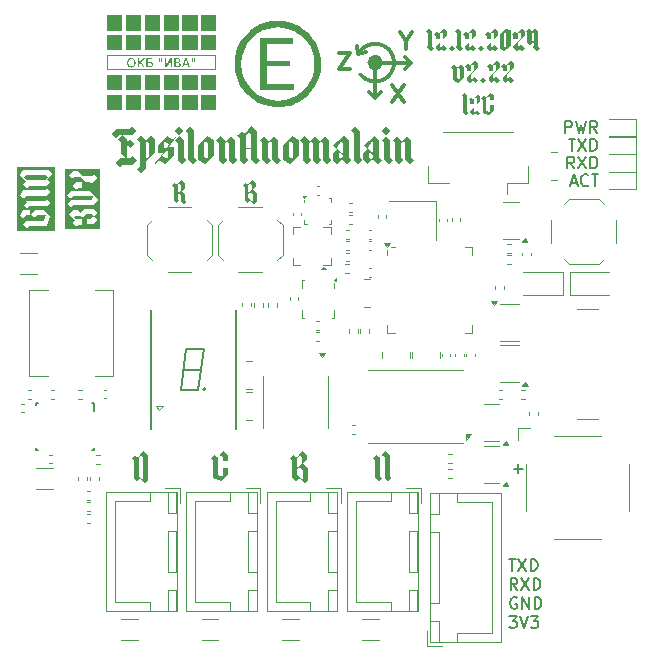
<source format=gbr>
%TF.GenerationSoftware,KiCad,Pcbnew,8.0.6-8.0.6-0~ubuntu20.04.1*%
%TF.CreationDate,2024-12-12T22:35:04+05:00*%
%TF.ProjectId,EpsilonAnomalain,45707369-6c6f-46e4-916e-6f6d616c6169,rev?*%
%TF.SameCoordinates,Original*%
%TF.FileFunction,Legend,Top*%
%TF.FilePolarity,Positive*%
%FSLAX46Y46*%
G04 Gerber Fmt 4.6, Leading zero omitted, Abs format (unit mm)*
G04 Created by KiCad (PCBNEW 8.0.6-8.0.6-0~ubuntu20.04.1) date 2024-12-12 22:35:04*
%MOMM*%
%LPD*%
G01*
G04 APERTURE LIST*
%ADD10C,0.300000*%
%ADD11C,0.650000*%
%ADD12C,0.150000*%
%ADD13C,0.200000*%
%ADD14C,0.120000*%
%ADD15C,0.000000*%
%ADD16C,0.100000*%
%ADD17C,0.191421*%
G04 APERTURE END LIST*
D10*
X263372765Y-79000000D02*
X262872765Y-79500000D01*
X258940983Y-78284109D02*
G75*
G02*
X259122762Y-80000002I1431817J-715891D01*
G01*
X258940983Y-78284109D02*
X258809017Y-77593126D01*
X260372765Y-82000000D02*
X259872765Y-81500000D01*
D11*
X260697765Y-79000000D02*
G75*
G02*
X260047765Y-79000000I-325000J0D01*
G01*
X260047765Y-79000000D02*
G75*
G02*
X260697765Y-79000000I325000J0D01*
G01*
D10*
X260372765Y-79000000D02*
X263372765Y-79000000D01*
X263372765Y-79000000D02*
X262872765Y-78500000D01*
X258940983Y-78284109D02*
X259559017Y-78093126D01*
X260372765Y-82000000D02*
X260872765Y-81500000D01*
X260372765Y-79000000D02*
X260372765Y-82000000D01*
D12*
G36*
X250259787Y-89167819D02*
G01*
X250259787Y-89489853D01*
X250023482Y-89723227D01*
X250333793Y-90028408D01*
X250333793Y-90756741D01*
X250109944Y-90980589D01*
X249774354Y-90645000D01*
X249550872Y-90866650D01*
X249327024Y-90645000D01*
X249327024Y-90098384D01*
X249643562Y-90098384D01*
X249643562Y-90442400D01*
X249922365Y-90720837D01*
X250017254Y-90625949D01*
X250017254Y-90161765D01*
X249797802Y-89944511D01*
X249643562Y-90098384D01*
X249327024Y-90098384D01*
X249327024Y-89522459D01*
X249196232Y-89391667D01*
X249198792Y-89389103D01*
X249643562Y-89389103D01*
X249643562Y-90024378D01*
X249943248Y-89724692D01*
X249943248Y-89325722D01*
X249784979Y-89213981D01*
X249643562Y-89389103D01*
X249198792Y-89389103D01*
X249419714Y-89167819D01*
X249603629Y-89351367D01*
X249938852Y-88944337D01*
X250259787Y-89167819D01*
G37*
G36*
X241162875Y-112190425D02*
G01*
X241162875Y-114311919D01*
X240864411Y-114607452D01*
X240467760Y-114207871D01*
X240217656Y-114458464D01*
X239919191Y-114160000D01*
X239919191Y-112663279D01*
X239744802Y-112488890D01*
X239747733Y-112485959D01*
X240341243Y-112485959D01*
X240341243Y-113982679D01*
X240617237Y-114258674D01*
X240740824Y-114134598D01*
X240740824Y-112401451D01*
X240526867Y-112252463D01*
X240341243Y-112485959D01*
X239747733Y-112485959D01*
X240043266Y-112190425D01*
X240287998Y-112435157D01*
X240735450Y-111892449D01*
X241162875Y-112190425D01*
G37*
D13*
X276939850Y-89166504D02*
X277416040Y-89166504D01*
X276844612Y-89452219D02*
X277177945Y-88452219D01*
X277177945Y-88452219D02*
X277511278Y-89452219D01*
X278416040Y-89356980D02*
X278368421Y-89404600D01*
X278368421Y-89404600D02*
X278225564Y-89452219D01*
X278225564Y-89452219D02*
X278130326Y-89452219D01*
X278130326Y-89452219D02*
X277987469Y-89404600D01*
X277987469Y-89404600D02*
X277892231Y-89309361D01*
X277892231Y-89309361D02*
X277844612Y-89214123D01*
X277844612Y-89214123D02*
X277796993Y-89023647D01*
X277796993Y-89023647D02*
X277796993Y-88880790D01*
X277796993Y-88880790D02*
X277844612Y-88690314D01*
X277844612Y-88690314D02*
X277892231Y-88595076D01*
X277892231Y-88595076D02*
X277987469Y-88499838D01*
X277987469Y-88499838D02*
X278130326Y-88452219D01*
X278130326Y-88452219D02*
X278225564Y-88452219D01*
X278225564Y-88452219D02*
X278368421Y-88499838D01*
X278368421Y-88499838D02*
X278416040Y-88547457D01*
X278701755Y-88452219D02*
X279273183Y-88452219D01*
X278987469Y-89452219D02*
X278987469Y-88452219D01*
X277225564Y-87952219D02*
X276892231Y-87476028D01*
X276654136Y-87952219D02*
X276654136Y-86952219D01*
X276654136Y-86952219D02*
X277035088Y-86952219D01*
X277035088Y-86952219D02*
X277130326Y-86999838D01*
X277130326Y-86999838D02*
X277177945Y-87047457D01*
X277177945Y-87047457D02*
X277225564Y-87142695D01*
X277225564Y-87142695D02*
X277225564Y-87285552D01*
X277225564Y-87285552D02*
X277177945Y-87380790D01*
X277177945Y-87380790D02*
X277130326Y-87428409D01*
X277130326Y-87428409D02*
X277035088Y-87476028D01*
X277035088Y-87476028D02*
X276654136Y-87476028D01*
X277558898Y-86952219D02*
X278225564Y-87952219D01*
X278225564Y-86952219D02*
X277558898Y-87952219D01*
X278606517Y-87952219D02*
X278606517Y-86952219D01*
X278606517Y-86952219D02*
X278844612Y-86952219D01*
X278844612Y-86952219D02*
X278987469Y-86999838D01*
X278987469Y-86999838D02*
X279082707Y-87095076D01*
X279082707Y-87095076D02*
X279130326Y-87190314D01*
X279130326Y-87190314D02*
X279177945Y-87380790D01*
X279177945Y-87380790D02*
X279177945Y-87523647D01*
X279177945Y-87523647D02*
X279130326Y-87714123D01*
X279130326Y-87714123D02*
X279082707Y-87809361D01*
X279082707Y-87809361D02*
X278987469Y-87904600D01*
X278987469Y-87904600D02*
X278844612Y-87952219D01*
X278844612Y-87952219D02*
X278606517Y-87952219D01*
X276749374Y-85452219D02*
X277320802Y-85452219D01*
X277035088Y-86452219D02*
X277035088Y-85452219D01*
X277558898Y-85452219D02*
X278225564Y-86452219D01*
X278225564Y-85452219D02*
X277558898Y-86452219D01*
X278606517Y-86452219D02*
X278606517Y-85452219D01*
X278606517Y-85452219D02*
X278844612Y-85452219D01*
X278844612Y-85452219D02*
X278987469Y-85499838D01*
X278987469Y-85499838D02*
X279082707Y-85595076D01*
X279082707Y-85595076D02*
X279130326Y-85690314D01*
X279130326Y-85690314D02*
X279177945Y-85880790D01*
X279177945Y-85880790D02*
X279177945Y-86023647D01*
X279177945Y-86023647D02*
X279130326Y-86214123D01*
X279130326Y-86214123D02*
X279082707Y-86309361D01*
X279082707Y-86309361D02*
X278987469Y-86404600D01*
X278987469Y-86404600D02*
X278844612Y-86452219D01*
X278844612Y-86452219D02*
X278606517Y-86452219D01*
D10*
X261784418Y-80913066D02*
X262784418Y-82313066D01*
X262784418Y-80913066D02*
X261784418Y-82313066D01*
D13*
X276463660Y-84952219D02*
X276463660Y-83952219D01*
X276463660Y-83952219D02*
X276844612Y-83952219D01*
X276844612Y-83952219D02*
X276939850Y-83999838D01*
X276939850Y-83999838D02*
X276987469Y-84047457D01*
X276987469Y-84047457D02*
X277035088Y-84142695D01*
X277035088Y-84142695D02*
X277035088Y-84285552D01*
X277035088Y-84285552D02*
X276987469Y-84380790D01*
X276987469Y-84380790D02*
X276939850Y-84428409D01*
X276939850Y-84428409D02*
X276844612Y-84476028D01*
X276844612Y-84476028D02*
X276463660Y-84476028D01*
X277368422Y-83952219D02*
X277606517Y-84952219D01*
X277606517Y-84952219D02*
X277796993Y-84237933D01*
X277796993Y-84237933D02*
X277987469Y-84952219D01*
X277987469Y-84952219D02*
X278225565Y-83952219D01*
X279177945Y-84952219D02*
X278844612Y-84476028D01*
X278606517Y-84952219D02*
X278606517Y-83952219D01*
X278606517Y-83952219D02*
X278987469Y-83952219D01*
X278987469Y-83952219D02*
X279082707Y-83999838D01*
X279082707Y-83999838D02*
X279130326Y-84047457D01*
X279130326Y-84047457D02*
X279177945Y-84142695D01*
X279177945Y-84142695D02*
X279177945Y-84285552D01*
X279177945Y-84285552D02*
X279130326Y-84380790D01*
X279130326Y-84380790D02*
X279082707Y-84428409D01*
X279082707Y-84428409D02*
X278987469Y-84476028D01*
X278987469Y-84476028D02*
X278606517Y-84476028D01*
D12*
G36*
X254613049Y-112190425D02*
G01*
X254613049Y-112619804D01*
X254297976Y-112930969D01*
X254711724Y-113337878D01*
X254711724Y-114308988D01*
X254413259Y-114607452D01*
X253965806Y-114160000D01*
X253667830Y-114455533D01*
X253369365Y-114160000D01*
X253369365Y-113431179D01*
X253791417Y-113431179D01*
X253791417Y-113889867D01*
X254163154Y-114261116D01*
X254289672Y-114134598D01*
X254289672Y-113515687D01*
X253997069Y-113226015D01*
X253791417Y-113431179D01*
X253369365Y-113431179D01*
X253369365Y-112663279D01*
X253194976Y-112488890D01*
X253198389Y-112485471D01*
X253791417Y-112485471D01*
X253791417Y-113332505D01*
X254190998Y-112932923D01*
X254190998Y-112400963D01*
X253979972Y-112251974D01*
X253791417Y-112485471D01*
X253198389Y-112485471D01*
X253492952Y-112190425D01*
X253738172Y-112435157D01*
X254185136Y-111892449D01*
X254613049Y-112190425D01*
G37*
D10*
X262962990Y-77146400D02*
X262962990Y-77813066D01*
X262462990Y-76413066D02*
X262962990Y-77146400D01*
X262962990Y-77146400D02*
X263462990Y-76413066D01*
D12*
G36*
X267722471Y-81767819D02*
G01*
X267945953Y-81546168D01*
X268169801Y-81767819D01*
X268169801Y-83114207D01*
X268300593Y-83245000D01*
X268077111Y-83468848D01*
X267853263Y-83245000D01*
X267853263Y-81898611D01*
X267722471Y-81767819D01*
G37*
G36*
X268302059Y-82115865D02*
G01*
X268525541Y-81892383D01*
X268677582Y-82044424D01*
X269051274Y-81670732D01*
X269270726Y-81892383D01*
X269274756Y-81892383D01*
X269274756Y-82215150D01*
X268749390Y-82795471D01*
X268749390Y-83120436D01*
X268797750Y-83169162D01*
X268998517Y-82968394D01*
X269274756Y-83245000D01*
X269051274Y-83460422D01*
X268858932Y-83268080D01*
X268658531Y-83468848D01*
X268432851Y-83245000D01*
X268432851Y-83069877D01*
X268958217Y-82483328D01*
X268958217Y-82025373D01*
X268863329Y-81932316D01*
X268749390Y-82046256D01*
X268749390Y-82485160D01*
X268432851Y-82485160D01*
X268432851Y-82246657D01*
X268302059Y-82115865D01*
G37*
G36*
X270091748Y-82601297D02*
G01*
X270408287Y-82601297D01*
X270408287Y-83053025D01*
X269986235Y-83468848D01*
X269475524Y-83245000D01*
X269475524Y-82122459D01*
X269344731Y-81991667D01*
X269568580Y-81767819D01*
X269752129Y-81951367D01*
X270087718Y-81544337D01*
X270408287Y-81767819D01*
X270408287Y-82185108D01*
X270091748Y-82185108D01*
X270091748Y-81927920D01*
X269931281Y-81816179D01*
X269792062Y-81991301D01*
X269792062Y-83061451D01*
X270091748Y-83192243D01*
X270091748Y-82601297D01*
G37*
G36*
X247490824Y-113301730D02*
G01*
X247912875Y-113301730D01*
X247912875Y-113904033D01*
X247350140Y-114458464D01*
X246669191Y-114160000D01*
X246669191Y-112663279D01*
X246494802Y-112488890D01*
X246793266Y-112190425D01*
X247037998Y-112435157D01*
X247485450Y-111892449D01*
X247912875Y-112190425D01*
X247912875Y-112746810D01*
X247490824Y-112746810D01*
X247490824Y-112403893D01*
X247276867Y-112254905D01*
X247091243Y-112488401D01*
X247091243Y-113915268D01*
X247490824Y-114089658D01*
X247490824Y-113301730D01*
G37*
D10*
X257284418Y-78163066D02*
X258284418Y-78163066D01*
X258284418Y-78163066D02*
X257284418Y-79563066D01*
X257284418Y-79563066D02*
X258284418Y-79563066D01*
D12*
X271693922Y-121039987D02*
X272265350Y-121039987D01*
X271979636Y-122039987D02*
X271979636Y-121039987D01*
X272503446Y-121039987D02*
X273170112Y-122039987D01*
X273170112Y-121039987D02*
X272503446Y-122039987D01*
X273551065Y-122039987D02*
X273551065Y-121039987D01*
X273551065Y-121039987D02*
X273789160Y-121039987D01*
X273789160Y-121039987D02*
X273932017Y-121087606D01*
X273932017Y-121087606D02*
X274027255Y-121182844D01*
X274027255Y-121182844D02*
X274074874Y-121278082D01*
X274074874Y-121278082D02*
X274122493Y-121468558D01*
X274122493Y-121468558D02*
X274122493Y-121611415D01*
X274122493Y-121611415D02*
X274074874Y-121801891D01*
X274074874Y-121801891D02*
X274027255Y-121897129D01*
X274027255Y-121897129D02*
X273932017Y-121992368D01*
X273932017Y-121992368D02*
X273789160Y-122039987D01*
X273789160Y-122039987D02*
X273551065Y-122039987D01*
X272408207Y-123649931D02*
X272074874Y-123173740D01*
X271836779Y-123649931D02*
X271836779Y-122649931D01*
X271836779Y-122649931D02*
X272217731Y-122649931D01*
X272217731Y-122649931D02*
X272312969Y-122697550D01*
X272312969Y-122697550D02*
X272360588Y-122745169D01*
X272360588Y-122745169D02*
X272408207Y-122840407D01*
X272408207Y-122840407D02*
X272408207Y-122983264D01*
X272408207Y-122983264D02*
X272360588Y-123078502D01*
X272360588Y-123078502D02*
X272312969Y-123126121D01*
X272312969Y-123126121D02*
X272217731Y-123173740D01*
X272217731Y-123173740D02*
X271836779Y-123173740D01*
X272741541Y-122649931D02*
X273408207Y-123649931D01*
X273408207Y-122649931D02*
X272741541Y-123649931D01*
X273789160Y-123649931D02*
X273789160Y-122649931D01*
X273789160Y-122649931D02*
X274027255Y-122649931D01*
X274027255Y-122649931D02*
X274170112Y-122697550D01*
X274170112Y-122697550D02*
X274265350Y-122792788D01*
X274265350Y-122792788D02*
X274312969Y-122888026D01*
X274312969Y-122888026D02*
X274360588Y-123078502D01*
X274360588Y-123078502D02*
X274360588Y-123221359D01*
X274360588Y-123221359D02*
X274312969Y-123411835D01*
X274312969Y-123411835D02*
X274265350Y-123507073D01*
X274265350Y-123507073D02*
X274170112Y-123602312D01*
X274170112Y-123602312D02*
X274027255Y-123649931D01*
X274027255Y-123649931D02*
X273789160Y-123649931D01*
X272360588Y-124307494D02*
X272265350Y-124259875D01*
X272265350Y-124259875D02*
X272122493Y-124259875D01*
X272122493Y-124259875D02*
X271979636Y-124307494D01*
X271979636Y-124307494D02*
X271884398Y-124402732D01*
X271884398Y-124402732D02*
X271836779Y-124497970D01*
X271836779Y-124497970D02*
X271789160Y-124688446D01*
X271789160Y-124688446D02*
X271789160Y-124831303D01*
X271789160Y-124831303D02*
X271836779Y-125021779D01*
X271836779Y-125021779D02*
X271884398Y-125117017D01*
X271884398Y-125117017D02*
X271979636Y-125212256D01*
X271979636Y-125212256D02*
X272122493Y-125259875D01*
X272122493Y-125259875D02*
X272217731Y-125259875D01*
X272217731Y-125259875D02*
X272360588Y-125212256D01*
X272360588Y-125212256D02*
X272408207Y-125164636D01*
X272408207Y-125164636D02*
X272408207Y-124831303D01*
X272408207Y-124831303D02*
X272217731Y-124831303D01*
X272836779Y-125259875D02*
X272836779Y-124259875D01*
X272836779Y-124259875D02*
X273408207Y-125259875D01*
X273408207Y-125259875D02*
X273408207Y-124259875D01*
X273884398Y-125259875D02*
X273884398Y-124259875D01*
X273884398Y-124259875D02*
X274122493Y-124259875D01*
X274122493Y-124259875D02*
X274265350Y-124307494D01*
X274265350Y-124307494D02*
X274360588Y-124402732D01*
X274360588Y-124402732D02*
X274408207Y-124497970D01*
X274408207Y-124497970D02*
X274455826Y-124688446D01*
X274455826Y-124688446D02*
X274455826Y-124831303D01*
X274455826Y-124831303D02*
X274408207Y-125021779D01*
X274408207Y-125021779D02*
X274360588Y-125117017D01*
X274360588Y-125117017D02*
X274265350Y-125212256D01*
X274265350Y-125212256D02*
X274122493Y-125259875D01*
X274122493Y-125259875D02*
X273884398Y-125259875D01*
X271741541Y-125869819D02*
X272360588Y-125869819D01*
X272360588Y-125869819D02*
X272027255Y-126250771D01*
X272027255Y-126250771D02*
X272170112Y-126250771D01*
X272170112Y-126250771D02*
X272265350Y-126298390D01*
X272265350Y-126298390D02*
X272312969Y-126346009D01*
X272312969Y-126346009D02*
X272360588Y-126441247D01*
X272360588Y-126441247D02*
X272360588Y-126679342D01*
X272360588Y-126679342D02*
X272312969Y-126774580D01*
X272312969Y-126774580D02*
X272265350Y-126822200D01*
X272265350Y-126822200D02*
X272170112Y-126869819D01*
X272170112Y-126869819D02*
X271884398Y-126869819D01*
X271884398Y-126869819D02*
X271789160Y-126822200D01*
X271789160Y-126822200D02*
X271741541Y-126774580D01*
X272646303Y-125869819D02*
X272979636Y-126869819D01*
X272979636Y-126869819D02*
X273312969Y-125869819D01*
X273551065Y-125869819D02*
X274170112Y-125869819D01*
X274170112Y-125869819D02*
X273836779Y-126250771D01*
X273836779Y-126250771D02*
X273979636Y-126250771D01*
X273979636Y-126250771D02*
X274074874Y-126298390D01*
X274074874Y-126298390D02*
X274122493Y-126346009D01*
X274122493Y-126346009D02*
X274170112Y-126441247D01*
X274170112Y-126441247D02*
X274170112Y-126679342D01*
X274170112Y-126679342D02*
X274122493Y-126774580D01*
X274122493Y-126774580D02*
X274074874Y-126822200D01*
X274074874Y-126822200D02*
X273979636Y-126869819D01*
X273979636Y-126869819D02*
X273693922Y-126869819D01*
X273693922Y-126869819D02*
X273598684Y-126822200D01*
X273598684Y-126822200D02*
X273551065Y-126774580D01*
G36*
X261624773Y-112190425D02*
G01*
X261624773Y-113985610D01*
X261799163Y-114160000D01*
X261501187Y-114458464D01*
X261202722Y-114160000D01*
X261202722Y-113440949D01*
X260803141Y-113440949D01*
X260803141Y-113981702D01*
X260977530Y-114160000D01*
X260679554Y-114458464D01*
X260381089Y-114160000D01*
X260381089Y-112663279D01*
X260206700Y-112488890D01*
X260217447Y-112478143D01*
X260803141Y-112478143D01*
X260803141Y-113378422D01*
X261202722Y-113378422D01*
X261202722Y-112393635D01*
X260991696Y-112244647D01*
X260803141Y-112478143D01*
X260217447Y-112478143D01*
X260505164Y-112190425D01*
X260749896Y-112435157D01*
X261197348Y-111892449D01*
X261624773Y-112190425D01*
G37*
G36*
X239649867Y-86224502D02*
G01*
X240007438Y-85851421D01*
X239649867Y-85478951D01*
X239325708Y-85820280D01*
X239325708Y-85502154D01*
X238991584Y-85166320D01*
X239798171Y-85166320D01*
X240156329Y-84775532D01*
X239798171Y-84400619D01*
X239588904Y-84619216D01*
X238458157Y-84619216D01*
X238100000Y-85005730D01*
X238458157Y-85384307D01*
X238667424Y-85166320D01*
X238940586Y-85166320D01*
X238606461Y-85507650D01*
X238819246Y-85723194D01*
X238819246Y-86687953D01*
X239204368Y-87081184D01*
X238812212Y-87081184D01*
X238454640Y-87467698D01*
X238812212Y-87846275D01*
X239021479Y-87628288D01*
X239865582Y-87628288D01*
X240223740Y-87237500D01*
X239865582Y-86862587D01*
X239656315Y-87081184D01*
X239325708Y-87081184D01*
X239325708Y-85883173D01*
X239649867Y-86224502D01*
G37*
G36*
X241724368Y-85535737D02*
G01*
X241724368Y-86559115D01*
X240930676Y-87378550D01*
X240930676Y-87997705D01*
X240572519Y-88370786D01*
X240214947Y-87997705D01*
X240424214Y-87779719D01*
X240424214Y-85753724D01*
X240423628Y-85753114D01*
X240930676Y-85753114D01*
X240930676Y-87255207D01*
X241217906Y-86893117D01*
X241217906Y-85767158D01*
X241069016Y-85612674D01*
X240930676Y-85753114D01*
X240423628Y-85753114D01*
X240214947Y-85535737D01*
X240572519Y-85163267D01*
X240930676Y-85532074D01*
X240930676Y-85616948D01*
X241366210Y-85163267D01*
X241724368Y-85535737D01*
G37*
G36*
X243258408Y-85513756D02*
G01*
X243471193Y-85228602D01*
X243542121Y-85274398D01*
X242930732Y-86104213D01*
X243336371Y-86104213D01*
X243336371Y-86822897D01*
X242583126Y-87611191D01*
X242053217Y-87283906D01*
X241840432Y-87568449D01*
X241769504Y-87523264D01*
X242241811Y-86882737D01*
X242353342Y-86882737D01*
X242829909Y-87178271D01*
X242829909Y-86404021D01*
X242600125Y-86545071D01*
X242353342Y-86882737D01*
X242241811Y-86882737D01*
X242441270Y-86612238D01*
X241975254Y-86612238D01*
X241975254Y-86308766D01*
X242481716Y-86308766D01*
X242822875Y-86101160D01*
X242958283Y-85914924D01*
X242481716Y-85619391D01*
X242481716Y-86308766D01*
X241975254Y-86308766D01*
X241975254Y-85974153D01*
X242727913Y-85186470D01*
X243258408Y-85513756D01*
G37*
G36*
X243435436Y-84775532D02*
G01*
X243793007Y-84402451D01*
X244151165Y-84775532D01*
X243793007Y-85148613D01*
X243435436Y-84775532D01*
G37*
G36*
X243435436Y-85549171D02*
G01*
X243793007Y-85176700D01*
X244151165Y-85549171D01*
X244151165Y-87019513D01*
X244360432Y-87237500D01*
X244002861Y-87610580D01*
X243644703Y-87237500D01*
X243644703Y-85767158D01*
X243435436Y-85549171D01*
G37*
G36*
X244358087Y-84775532D02*
G01*
X244715659Y-84406114D01*
X245073817Y-84775532D01*
X245073817Y-87019513D01*
X245283084Y-87237500D01*
X244925512Y-87610580D01*
X244567355Y-87237500D01*
X244567355Y-84993518D01*
X244358087Y-84775532D01*
G37*
G36*
X246760851Y-85549171D02*
G01*
X246760851Y-86833278D01*
X246004089Y-87610580D01*
X245403251Y-87237500D01*
X245403251Y-86956010D01*
X245909713Y-86956010D01*
X246254389Y-87170943D01*
X246254389Y-85830661D01*
X245909713Y-85616338D01*
X245909713Y-86956010D01*
X245403251Y-86956010D01*
X245403251Y-85954003D01*
X246160013Y-85176700D01*
X246760851Y-85549171D01*
G37*
G36*
X248148346Y-85176700D02*
G01*
X248506503Y-85549171D01*
X248506503Y-87019513D01*
X248715771Y-87237500D01*
X248358199Y-87610580D01*
X248000041Y-87237500D01*
X248000041Y-85767158D01*
X247851151Y-85612674D01*
X247655366Y-85812953D01*
X247655366Y-87019513D01*
X247864633Y-87237500D01*
X247507062Y-87610580D01*
X247148904Y-87237500D01*
X247148904Y-85767158D01*
X246939637Y-85549171D01*
X247297208Y-85176700D01*
X247655366Y-85549171D01*
X247655366Y-85690221D01*
X248148346Y-85176700D01*
G37*
G36*
X250411598Y-84775532D02*
G01*
X250411598Y-87019513D01*
X250620865Y-87237500D01*
X250263293Y-87610580D01*
X249905136Y-87237500D01*
X249905136Y-86338686D01*
X249425638Y-86338686D01*
X249425638Y-87014628D01*
X249634905Y-87237500D01*
X249277334Y-87610580D01*
X248919176Y-87237500D01*
X248919176Y-85366599D01*
X248709909Y-85148613D01*
X248722806Y-85135179D01*
X249425638Y-85135179D01*
X249425638Y-86260528D01*
X249905136Y-86260528D01*
X249905136Y-85029544D01*
X249651905Y-84843309D01*
X249425638Y-85135179D01*
X248722806Y-85135179D01*
X249068066Y-84775532D01*
X249361744Y-85081446D01*
X249898688Y-84403061D01*
X250411598Y-84775532D01*
G37*
G36*
X251822540Y-85176700D02*
G01*
X252180697Y-85549171D01*
X252180697Y-87019513D01*
X252389965Y-87237500D01*
X252032393Y-87610580D01*
X251674235Y-87237500D01*
X251674235Y-85767158D01*
X251525345Y-85612674D01*
X251329560Y-85812953D01*
X251329560Y-87019513D01*
X251538827Y-87237500D01*
X251181256Y-87610580D01*
X250823098Y-87237500D01*
X250823098Y-85767158D01*
X250613831Y-85549171D01*
X250971402Y-85176700D01*
X251329560Y-85549171D01*
X251329560Y-85690221D01*
X251822540Y-85176700D01*
G37*
G36*
X253928695Y-85549171D02*
G01*
X253928695Y-86833278D01*
X253171933Y-87610580D01*
X252571095Y-87237500D01*
X252571095Y-86956010D01*
X253077557Y-86956010D01*
X253422233Y-87170943D01*
X253422233Y-85830661D01*
X253077557Y-85616338D01*
X253077557Y-86956010D01*
X252571095Y-86956010D01*
X252571095Y-85954003D01*
X253327857Y-85176700D01*
X253928695Y-85549171D01*
G37*
G36*
X255250537Y-85176700D02*
G01*
X255608695Y-85549171D01*
X255608695Y-85682894D01*
X256094640Y-85176700D01*
X256452798Y-85549171D01*
X256452798Y-87019513D01*
X256662065Y-87237500D01*
X256304494Y-87610580D01*
X255946336Y-87237500D01*
X255946336Y-85767158D01*
X255798032Y-85612674D01*
X255608695Y-85806236D01*
X255608695Y-87019513D01*
X255817962Y-87237500D01*
X255460390Y-87610580D01*
X255102233Y-87237500D01*
X255102233Y-85767158D01*
X254953342Y-85612674D01*
X254757557Y-85812953D01*
X254757557Y-87019513D01*
X254966824Y-87237500D01*
X254609253Y-87610580D01*
X254251095Y-87237500D01*
X254251095Y-85767158D01*
X254041828Y-85549171D01*
X254399399Y-85176700D01*
X254757557Y-85549171D01*
X254757557Y-85690221D01*
X255250537Y-85176700D01*
G37*
G36*
X258130453Y-85549171D02*
G01*
X258130453Y-87019513D01*
X258339720Y-87237500D01*
X257982149Y-87610580D01*
X257623991Y-87237500D01*
X257623991Y-87100113D01*
X257131011Y-87610580D01*
X256772854Y-87237500D01*
X256772854Y-87019513D01*
X257279316Y-87019513D01*
X257431137Y-87177660D01*
X257623991Y-86973717D01*
X257623991Y-86875409D01*
X257279316Y-86477904D01*
X257279316Y-87019513D01*
X256772854Y-87019513D01*
X256772854Y-86629335D01*
X257106978Y-86280678D01*
X257039857Y-86203742D01*
X257157976Y-86203742D01*
X257623991Y-86741687D01*
X257623991Y-85767158D01*
X257512616Y-85651142D01*
X257157976Y-86203742D01*
X257039857Y-86203742D01*
X256803335Y-85932632D01*
X257772295Y-85176700D01*
X258130453Y-85549171D01*
G37*
G36*
X258335031Y-84775532D02*
G01*
X258692602Y-84406114D01*
X259050760Y-84775532D01*
X259050760Y-87019513D01*
X259260027Y-87237500D01*
X258902456Y-87610580D01*
X258544298Y-87237500D01*
X258544298Y-84993518D01*
X258335031Y-84775532D01*
G37*
G36*
X260737794Y-85549171D02*
G01*
X260737794Y-87019513D01*
X260947062Y-87237500D01*
X260589490Y-87610580D01*
X260231332Y-87237500D01*
X260231332Y-87100113D01*
X259738353Y-87610580D01*
X259380195Y-87237500D01*
X259380195Y-87019513D01*
X259886657Y-87019513D01*
X260038478Y-87177660D01*
X260231332Y-86973717D01*
X260231332Y-86875409D01*
X259886657Y-86477904D01*
X259886657Y-87019513D01*
X259380195Y-87019513D01*
X259380195Y-86629335D01*
X259714319Y-86280678D01*
X259647198Y-86203742D01*
X259765317Y-86203742D01*
X260231332Y-86741687D01*
X260231332Y-85767158D01*
X260119958Y-85651142D01*
X259765317Y-86203742D01*
X259647198Y-86203742D01*
X259410676Y-85932632D01*
X260379637Y-85176700D01*
X260737794Y-85549171D01*
G37*
G36*
X260945889Y-84775532D02*
G01*
X261303461Y-84402451D01*
X261661618Y-84775532D01*
X261303461Y-85148613D01*
X260945889Y-84775532D01*
G37*
G36*
X260945889Y-85549171D02*
G01*
X261303461Y-85176700D01*
X261661618Y-85549171D01*
X261661618Y-87019513D01*
X261870886Y-87237500D01*
X261513314Y-87610580D01*
X261155157Y-87237500D01*
X261155157Y-85767158D01*
X260945889Y-85549171D01*
G37*
G36*
X263077250Y-85176700D02*
G01*
X263435408Y-85549171D01*
X263435408Y-87019513D01*
X263644675Y-87237500D01*
X263287103Y-87610580D01*
X262928946Y-87237500D01*
X262928946Y-85767158D01*
X262780055Y-85612674D01*
X262584270Y-85812953D01*
X262584270Y-87019513D01*
X262793538Y-87237500D01*
X262435966Y-87610580D01*
X262077808Y-87237500D01*
X262077808Y-85767158D01*
X261868541Y-85549171D01*
X262226113Y-85176700D01*
X262584270Y-85549171D01*
X262584270Y-85690221D01*
X263077250Y-85176700D01*
G37*
G36*
X244268580Y-89167819D02*
G01*
X244268580Y-89585108D01*
X243998570Y-89850722D01*
X244268580Y-90118168D01*
X244268580Y-90628147D01*
X244399372Y-90758939D01*
X244175890Y-90982787D01*
X243952041Y-90758939D01*
X243952041Y-90248960D01*
X243772523Y-90072006D01*
X243652355Y-90191807D01*
X243652355Y-90514207D01*
X243783147Y-90645000D01*
X243559665Y-90868848D01*
X243335817Y-90645000D01*
X243335817Y-89522459D01*
X243205025Y-89391667D01*
X243206490Y-89390202D01*
X243652355Y-89390202D01*
X243652355Y-90118168D01*
X243952041Y-89816284D01*
X243952041Y-89326821D01*
X243793772Y-89215080D01*
X243652355Y-89390202D01*
X243206490Y-89390202D01*
X243428873Y-89167819D01*
X243612422Y-89351367D01*
X243948011Y-88944337D01*
X244268580Y-89167819D01*
G37*
G36*
X264692666Y-76335875D02*
G01*
X264945945Y-76097103D01*
X265199640Y-76335875D01*
X265199640Y-77650488D01*
X265347871Y-77790000D01*
X265094592Y-78028771D01*
X264692666Y-77650488D01*
X264840896Y-77510976D01*
X264840896Y-76475387D01*
X264692666Y-76335875D01*
G37*
G36*
X265349532Y-76585589D02*
G01*
X265602812Y-76347208D01*
X265775125Y-76509385D01*
X266198642Y-76110781D01*
X266447355Y-76347208D01*
X266451922Y-76347208D01*
X266451922Y-76691493D01*
X265856507Y-77310502D01*
X265856507Y-77657131D01*
X265911315Y-77709106D01*
X266138852Y-77494954D01*
X266451922Y-77790000D01*
X266198642Y-78019783D01*
X265980656Y-77814619D01*
X265753534Y-78028771D01*
X265497763Y-77790000D01*
X265497763Y-77603203D01*
X266093178Y-76977550D01*
X266093178Y-76489064D01*
X265985638Y-76389804D01*
X265856507Y-76511339D01*
X265856507Y-76979504D01*
X265497763Y-76979504D01*
X265497763Y-76725101D01*
X265349532Y-76585589D01*
G37*
G36*
X266603060Y-77790000D02*
G01*
X266856340Y-77551228D01*
X267110035Y-77790000D01*
X266856340Y-78028771D01*
X266603060Y-77790000D01*
G37*
G36*
X267177299Y-76335875D02*
G01*
X267430579Y-76097103D01*
X267684274Y-76335875D01*
X267684274Y-77650488D01*
X267832505Y-77790000D01*
X267579225Y-78028771D01*
X267177299Y-77650488D01*
X267325530Y-77510976D01*
X267325530Y-76475387D01*
X267177299Y-76335875D01*
G37*
G36*
X267834166Y-76585589D02*
G01*
X268087446Y-76347208D01*
X268259759Y-76509385D01*
X268683276Y-76110781D01*
X268931989Y-76347208D01*
X268936556Y-76347208D01*
X268936556Y-76691493D01*
X268341141Y-77310502D01*
X268341141Y-77657131D01*
X268395949Y-77709106D01*
X268623485Y-77494954D01*
X268936556Y-77790000D01*
X268683276Y-78019783D01*
X268465289Y-77814619D01*
X268238168Y-78028771D01*
X267982397Y-77790000D01*
X267982397Y-77603203D01*
X268577812Y-76977550D01*
X268577812Y-76489064D01*
X268470272Y-76389804D01*
X268341141Y-76511339D01*
X268341141Y-76979504D01*
X267982397Y-76979504D01*
X267982397Y-76725101D01*
X267834166Y-76585589D01*
G37*
G36*
X269087693Y-77790000D02*
G01*
X269340973Y-77551228D01*
X269594668Y-77790000D01*
X269340973Y-78028771D01*
X269087693Y-77790000D01*
G37*
G36*
X269664424Y-76585589D02*
G01*
X269917704Y-76347208D01*
X270090017Y-76509385D01*
X270513534Y-76110781D01*
X270762247Y-76347208D01*
X270766814Y-76347208D01*
X270766814Y-76691493D01*
X270171399Y-77310502D01*
X270171399Y-77657131D01*
X270226207Y-77709106D01*
X270453744Y-77494954D01*
X270766814Y-77790000D01*
X270513534Y-78019783D01*
X270295548Y-77814619D01*
X270068426Y-78028771D01*
X269812655Y-77790000D01*
X269812655Y-77603203D01*
X270408070Y-76977550D01*
X270408070Y-76489064D01*
X270300530Y-76389804D01*
X270171399Y-76511339D01*
X270171399Y-76979504D01*
X269812655Y-76979504D01*
X269812655Y-76725101D01*
X269664424Y-76585589D01*
G37*
G36*
X271853011Y-76275694D02*
G01*
X271853011Y-77549274D01*
X271321954Y-78040104D01*
X270932069Y-77881053D01*
X270932069Y-77686050D01*
X271290813Y-77686050D01*
X271494267Y-77768897D01*
X271494267Y-76468353D01*
X271290813Y-76385505D01*
X271290813Y-77686050D01*
X270932069Y-77686050D01*
X270932069Y-76605129D01*
X271463126Y-76114298D01*
X271853011Y-76275694D01*
G37*
G36*
X271938130Y-76585589D02*
G01*
X272191409Y-76347208D01*
X272363723Y-76509385D01*
X272787240Y-76110781D01*
X273035952Y-76347208D01*
X273040520Y-76347208D01*
X273040520Y-76691493D01*
X272445104Y-77310502D01*
X272445104Y-77657131D01*
X272499913Y-77709106D01*
X272727449Y-77494954D01*
X273040520Y-77790000D01*
X272787240Y-78019783D01*
X272569253Y-77814619D01*
X272342132Y-78028771D01*
X272086361Y-77790000D01*
X272086361Y-77603203D01*
X272681776Y-76977550D01*
X272681776Y-76489064D01*
X272574236Y-76389804D01*
X272445104Y-76511339D01*
X272445104Y-76979504D01*
X272086361Y-76979504D01*
X272086361Y-76725101D01*
X271938130Y-76585589D01*
G37*
G36*
X273655450Y-76335875D02*
G01*
X273909145Y-76097103D01*
X274164916Y-76333531D01*
X274164916Y-77650488D01*
X274313147Y-77790000D01*
X274059867Y-78028771D01*
X273655450Y-77650488D01*
X273806172Y-77510976D01*
X273806172Y-77200300D01*
X273521751Y-77466036D01*
X273268056Y-77227264D01*
X273268056Y-76480076D01*
X273119825Y-76340565D01*
X273373105Y-76101793D01*
X273626800Y-76340565D01*
X273626800Y-77087752D01*
X273734340Y-77186622D01*
X273806172Y-77119406D01*
X273806172Y-76475387D01*
X273655450Y-76335875D01*
G37*
G36*
X267408989Y-79397469D02*
G01*
X267662268Y-79159088D01*
X267915963Y-79397469D01*
X267915963Y-80212263D01*
X267379924Y-80716771D01*
X266954330Y-80478000D01*
X266954330Y-79536981D01*
X266806100Y-79397469D01*
X267059379Y-79159088D01*
X267313074Y-79397469D01*
X267313074Y-80297846D01*
X267557220Y-80435404D01*
X267557220Y-79536981D01*
X267408989Y-79397469D01*
G37*
G36*
X267997760Y-79273589D02*
G01*
X268251040Y-79035208D01*
X268423354Y-79197385D01*
X268846871Y-78798781D01*
X269095583Y-79035208D01*
X269100150Y-79035208D01*
X269100150Y-79379493D01*
X268504735Y-79998502D01*
X268504735Y-80345131D01*
X268559543Y-80397106D01*
X268787080Y-80182954D01*
X269100150Y-80478000D01*
X268846871Y-80707783D01*
X268628884Y-80502619D01*
X268401762Y-80716771D01*
X268145991Y-80478000D01*
X268145991Y-80291203D01*
X268741407Y-79665550D01*
X268741407Y-79177064D01*
X268633866Y-79077804D01*
X268504735Y-79199339D01*
X268504735Y-79667504D01*
X268145991Y-79667504D01*
X268145991Y-79413101D01*
X267997760Y-79273589D01*
G37*
G36*
X269251288Y-80478000D02*
G01*
X269504568Y-80239228D01*
X269758263Y-80478000D01*
X269504568Y-80716771D01*
X269251288Y-80478000D01*
G37*
G36*
X269828019Y-79273589D02*
G01*
X270081298Y-79035208D01*
X270253612Y-79197385D01*
X270677129Y-78798781D01*
X270925841Y-79035208D01*
X270930409Y-79035208D01*
X270930409Y-79379493D01*
X270334993Y-79998502D01*
X270334993Y-80345131D01*
X270389802Y-80397106D01*
X270617338Y-80182954D01*
X270930409Y-80478000D01*
X270677129Y-80707783D01*
X270459142Y-80502619D01*
X270232021Y-80716771D01*
X269976250Y-80478000D01*
X269976250Y-80291203D01*
X270571665Y-79665550D01*
X270571665Y-79177064D01*
X270464125Y-79077804D01*
X270334993Y-79199339D01*
X270334993Y-79667504D01*
X269976250Y-79667504D01*
X269976250Y-79413101D01*
X269828019Y-79273589D01*
G37*
G36*
X271012206Y-79273589D02*
G01*
X271265485Y-79035208D01*
X271437799Y-79197385D01*
X271861316Y-78798781D01*
X272110028Y-79035208D01*
X272114596Y-79035208D01*
X272114596Y-79379493D01*
X271519180Y-79998502D01*
X271519180Y-80345131D01*
X271573989Y-80397106D01*
X271801525Y-80182954D01*
X272114596Y-80478000D01*
X271861316Y-80707783D01*
X271643329Y-80502619D01*
X271416208Y-80716771D01*
X271160437Y-80478000D01*
X271160437Y-80291203D01*
X271755852Y-79665550D01*
X271755852Y-79177064D01*
X271648312Y-79077804D01*
X271519180Y-79199339D01*
X271519180Y-79667504D01*
X271160437Y-79667504D01*
X271160437Y-79413101D01*
X271012206Y-79273589D01*
G37*
D10*
G36*
X232666174Y-88668764D02*
G01*
X232390179Y-88972357D01*
X230893459Y-88972357D01*
X230659963Y-88768170D01*
X230808951Y-88532818D01*
X232542098Y-88532818D01*
X232666174Y-88668764D01*
G37*
G36*
X233237174Y-93255215D02*
G01*
X230077727Y-93255215D01*
X230077727Y-91943279D01*
X230299949Y-91943279D01*
X230842657Y-92435477D01*
X230597925Y-92704681D01*
X230896390Y-93032993D01*
X231070779Y-92841164D01*
X232567500Y-92841164D01*
X232865964Y-92092120D01*
X232311533Y-91473111D01*
X231571477Y-91473111D01*
X231273012Y-91801422D01*
X231571477Y-92129196D01*
X231745867Y-91937368D01*
X232497158Y-91937368D01*
X232322768Y-92376907D01*
X230895901Y-92376907D01*
X230662405Y-92172720D01*
X230811393Y-91937368D01*
X231154310Y-91937368D01*
X231154310Y-91473111D01*
X230597925Y-91473111D01*
X230299949Y-91943279D01*
X230077727Y-91943279D01*
X230077727Y-90281841D01*
X230299949Y-90281841D01*
X230878804Y-90764905D01*
X230626257Y-91043244D01*
X230923745Y-91371555D01*
X231098135Y-91179727D01*
X232567500Y-91179727D01*
X232865964Y-90851415D01*
X232567500Y-90523641D01*
X232393110Y-90715470D01*
X230930095Y-90715470D01*
X230668267Y-90495700D01*
X230808951Y-90275930D01*
X232567500Y-90275930D01*
X232865964Y-89947619D01*
X232567500Y-89619845D01*
X232393110Y-89811674D01*
X230597925Y-89811674D01*
X230299949Y-90281841D01*
X230077727Y-90281841D01*
X230077727Y-88538729D01*
X230299949Y-88538729D01*
X230552936Y-88768170D01*
X230842657Y-89030927D01*
X230597925Y-89300131D01*
X230896390Y-89628443D01*
X231070779Y-89436614D01*
X232567500Y-89436614D01*
X232865964Y-89108303D01*
X232615371Y-88833188D01*
X233014952Y-88396872D01*
X232719419Y-88068561D01*
X230597925Y-88068561D01*
X230299949Y-88538729D01*
X230077727Y-88538729D01*
X230077727Y-87846339D01*
X233237174Y-87846339D01*
X233237174Y-93255215D01*
G37*
G36*
X237090629Y-93123031D02*
G01*
X234077238Y-93123031D01*
X234077238Y-91845484D01*
X234457241Y-91845484D01*
X235000437Y-92300606D01*
X234752775Y-92573035D01*
X235050751Y-92900809D01*
X235225141Y-92708980D01*
X235546076Y-92708980D01*
X235546076Y-92244724D01*
X235050751Y-92244724D01*
X234845587Y-92074926D01*
X234930095Y-91981967D01*
X235447890Y-91981967D01*
X235616418Y-92167348D01*
X235920256Y-91829902D01*
X236393110Y-91829902D01*
X236516697Y-91966385D01*
X236303229Y-92198513D01*
X235990598Y-92198513D01*
X235990598Y-92662770D01*
X236567500Y-92662770D01*
X236860102Y-92334459D01*
X236567500Y-92012595D01*
X236860102Y-91693956D01*
X236567500Y-91365645D01*
X235748797Y-91365645D01*
X235397088Y-91752526D01*
X235188993Y-91517710D01*
X234755706Y-91517710D01*
X234457241Y-91845484D01*
X234077238Y-91845484D01*
X234077238Y-90176524D01*
X234299460Y-90176524D01*
X234597925Y-90507522D01*
X234772315Y-90312470D01*
X236497158Y-90312470D01*
X236525001Y-90343635D01*
X236359405Y-90603705D01*
X234597925Y-90603705D01*
X234299460Y-90932016D01*
X234597925Y-91259790D01*
X234772315Y-91067962D01*
X236570430Y-91067962D01*
X236868407Y-90594570D01*
X236243633Y-89848213D01*
X234597925Y-89848213D01*
X234299460Y-90176524D01*
X234077238Y-90176524D01*
X234077238Y-88532281D01*
X234457241Y-88532281D01*
X235017046Y-89144842D01*
X234752775Y-89436077D01*
X235050751Y-89763851D01*
X235225141Y-89572023D01*
X235546076Y-89572023D01*
X235546076Y-89107766D01*
X235098623Y-89107766D01*
X234834352Y-88770320D01*
X234930095Y-88661779D01*
X235495273Y-88661779D01*
X235881177Y-89095408D01*
X236218721Y-89095408D01*
X236393110Y-89287236D01*
X236865964Y-88767096D01*
X236567500Y-88439322D01*
X236393110Y-88631151D01*
X235568546Y-88631151D01*
X235183131Y-88197522D01*
X234752775Y-88197522D01*
X234457241Y-88532281D01*
X234077238Y-88532281D01*
X234077238Y-87975300D01*
X237090629Y-87975300D01*
X237090629Y-93123031D01*
G37*
D12*
X272473866Y-113780951D02*
X272473866Y-113019047D01*
X272854819Y-113399999D02*
X272092914Y-113399999D01*
D14*
%TO.C,RN2*%
X275250000Y-86570000D02*
X275750000Y-86570000D01*
X275250000Y-88930000D02*
X275750000Y-88930000D01*
%TO.C,D8*%
X280200000Y-89735000D02*
X282485000Y-89735000D01*
X282485000Y-88265000D02*
X280200000Y-88265000D01*
X282485000Y-89735000D02*
X282485000Y-88265000D01*
%TO.C,C25*%
X253392500Y-91935260D02*
X253392500Y-91719588D01*
X254112500Y-91935260D02*
X254112500Y-91719588D01*
%TO.C,U4*%
X261390000Y-95290000D02*
X261390000Y-94880000D01*
X261390000Y-101860000D02*
X261390000Y-101210000D01*
X262040000Y-94640000D02*
X261690000Y-94640000D01*
X262040000Y-101860000D02*
X261390000Y-101860000D01*
X267960000Y-94640000D02*
X268610000Y-94640000D01*
X267960000Y-101860000D02*
X268610000Y-101860000D01*
X268610000Y-94640000D02*
X268610000Y-95290000D01*
X268610000Y-101860000D02*
X268610000Y-101210000D01*
X261390000Y-94640000D02*
X261150000Y-94310000D01*
X261630000Y-94310000D01*
X261390000Y-94640000D01*
G36*
X261390000Y-94640000D02*
G01*
X261150000Y-94310000D01*
X261630000Y-94310000D01*
X261390000Y-94640000D01*
G37*
%TO.C,RN6*%
X263470000Y-103500000D02*
X263470000Y-104000000D01*
X265830000Y-103500000D02*
X265830000Y-104000000D01*
%TO.C,D2*%
X276840000Y-98710000D02*
X276840000Y-96690000D01*
X276840000Y-98710000D02*
X280150000Y-98710000D01*
X280150000Y-96690000D02*
X276840000Y-96690000D01*
%TO.C,J4*%
X251190000Y-115340000D02*
X251190000Y-125460000D01*
X251190000Y-125460000D02*
X257160000Y-125460000D01*
X251950000Y-116100000D02*
X251950000Y-120400000D01*
X251950000Y-124700000D02*
X251950000Y-120400000D01*
X254900000Y-115350000D02*
X254900000Y-116100000D01*
X254900000Y-116100000D02*
X251950000Y-116100000D01*
X254900000Y-124700000D02*
X251950000Y-124700000D01*
X254900000Y-125450000D02*
X254900000Y-124700000D01*
X256400000Y-115350000D02*
X256400000Y-117150000D01*
X256400000Y-117150000D02*
X257150000Y-117150000D01*
X256400000Y-118650000D02*
X256400000Y-122150000D01*
X256400000Y-122150000D02*
X257150000Y-122150000D01*
X256400000Y-123650000D02*
X256400000Y-125450000D01*
X256400000Y-125450000D02*
X257150000Y-125450000D01*
X257150000Y-115350000D02*
X256400000Y-115350000D01*
X257150000Y-117150000D02*
X257150000Y-115350000D01*
X257150000Y-118650000D02*
X256400000Y-118650000D01*
X257150000Y-122150000D02*
X257150000Y-118650000D01*
X257150000Y-123650000D02*
X256400000Y-123650000D01*
X257150000Y-125450000D02*
X257150000Y-123650000D01*
X257160000Y-115340000D02*
X251190000Y-115340000D01*
X257160000Y-125460000D02*
X257160000Y-115340000D01*
X257450000Y-115050000D02*
X256200000Y-115050000D01*
X257450000Y-116300000D02*
X257450000Y-115050000D01*
%TO.C,R16*%
X251320000Y-99653641D02*
X251320000Y-99346359D01*
X252080000Y-99653641D02*
X252080000Y-99346359D01*
%TO.C,C33*%
X249140000Y-99392164D02*
X249140000Y-99607836D01*
X249860000Y-99392164D02*
X249860000Y-99607836D01*
%TO.C,L2*%
X231084924Y-98215000D02*
X231084924Y-105535000D01*
X231084924Y-98215000D02*
X232634924Y-98215000D01*
X231084924Y-105535000D02*
X232634924Y-105535000D01*
X238204924Y-98215000D02*
X236654924Y-98215000D01*
X238204924Y-98215000D02*
X238204924Y-105535000D01*
X238204924Y-105535000D02*
X236654924Y-105535000D01*
%TO.C,R19*%
X258120000Y-101546359D02*
X258120000Y-101853641D01*
X258880000Y-101546359D02*
X258880000Y-101853641D01*
%TO.C,C9*%
X231711252Y-95090000D02*
X230288748Y-95090000D01*
X231711252Y-96910000D02*
X230288748Y-96910000D01*
%TO.C,C29*%
X245688748Y-126090000D02*
X247111252Y-126090000D01*
X245688748Y-127910000D02*
X247111252Y-127910000D01*
%TO.C,C24*%
X253140000Y-98882164D02*
X253140000Y-99097836D01*
X253860000Y-98882164D02*
X253860000Y-99097836D01*
%TO.C,U1*%
X271750000Y-99440000D02*
X270950000Y-99440000D01*
X271750000Y-99440000D02*
X272550000Y-99440000D01*
X271750000Y-102560000D02*
X270950000Y-102560000D01*
X271750000Y-102560000D02*
X272550000Y-102560000D01*
X270450000Y-99490000D02*
X270210000Y-99160000D01*
X270690000Y-99160000D01*
X270450000Y-99490000D01*
G36*
X270450000Y-99490000D02*
G01*
X270210000Y-99160000D01*
X270690000Y-99160000D01*
X270450000Y-99490000D01*
G37*
%TO.C,R7*%
X236746359Y-112220000D02*
X237053641Y-112220000D01*
X236746359Y-112980000D02*
X237053641Y-112980000D01*
%TO.C,C30*%
X252488748Y-126090000D02*
X253911252Y-126090000D01*
X252488748Y-127910000D02*
X253911252Y-127910000D01*
%TO.C,U3*%
X271750000Y-102940000D02*
X270950000Y-102940000D01*
X271750000Y-102940000D02*
X272550000Y-102940000D01*
X271750000Y-106060000D02*
X270950000Y-106060000D01*
X271750000Y-106060000D02*
X272550000Y-106060000D01*
X273290000Y-106340000D02*
X272810000Y-106340000D01*
X273050000Y-106010000D01*
X273290000Y-106340000D01*
G36*
X273290000Y-106340000D02*
G01*
X272810000Y-106340000D01*
X273050000Y-106010000D01*
X273290000Y-106340000D01*
G37*
%TO.C,SW3*%
X247050000Y-95250000D02*
X247050000Y-92750000D01*
X247500000Y-92300000D02*
X247050000Y-92750000D01*
X247500000Y-95700000D02*
X247050000Y-95250000D01*
X248800000Y-91250000D02*
X250800000Y-91250000D01*
X248800000Y-96750000D02*
X250800000Y-96750000D01*
X252100000Y-92300000D02*
X252550000Y-92750000D01*
X252100000Y-95700000D02*
X252550000Y-95250000D01*
X252550000Y-95250000D02*
X252550000Y-92750000D01*
D15*
%TO.C,REF\u002A\u002A*%
G36*
X253405047Y-77202853D02*
G01*
X253405047Y-77450750D01*
X252318110Y-77450750D01*
X251231173Y-77450750D01*
X251231173Y-78136582D01*
X251231173Y-78822414D01*
X252194161Y-78832603D01*
X253157149Y-78842792D01*
X253157149Y-79071621D01*
X253157149Y-79300450D01*
X252194161Y-79310640D01*
X251231173Y-79320829D01*
X251231173Y-80082937D01*
X251231173Y-80845045D01*
X252356248Y-80845045D01*
X253481324Y-80845045D01*
X253481324Y-81092943D01*
X253481324Y-81340841D01*
X252070212Y-81340841D01*
X250659101Y-81340841D01*
X250659101Y-79147898D01*
X250659101Y-76954955D01*
X252032074Y-76954955D01*
X253405047Y-76954955D01*
X253405047Y-77202853D01*
G37*
G36*
X252575845Y-75466267D02*
G01*
X253054105Y-75556066D01*
X253518448Y-75708068D01*
X253961891Y-75921470D01*
X254377455Y-76195475D01*
X254758156Y-76529283D01*
X255065845Y-76881002D01*
X255345102Y-77305072D01*
X255559274Y-77762260D01*
X255707518Y-78244564D01*
X255788991Y-78743981D01*
X255802850Y-79252508D01*
X255748252Y-79762143D01*
X255624354Y-80264883D01*
X255465619Y-80677083D01*
X255280920Y-81017067D01*
X255039495Y-81358170D01*
X254757829Y-81680121D01*
X254452413Y-81962648D01*
X254361548Y-82034469D01*
X254163372Y-82168928D01*
X253922958Y-82307536D01*
X253663706Y-82438743D01*
X253409014Y-82551000D01*
X253182280Y-82632758D01*
X253106819Y-82653800D01*
X252834782Y-82710324D01*
X252546364Y-82751439D01*
X252264731Y-82775088D01*
X252013053Y-82779218D01*
X251841384Y-82766048D01*
X251434130Y-82698194D01*
X251089311Y-82618988D01*
X250793462Y-82524657D01*
X250533120Y-82411428D01*
X250482226Y-82385175D01*
X250023234Y-82101002D01*
X249615503Y-81764273D01*
X249263025Y-81379930D01*
X248969793Y-80952917D01*
X248739800Y-80488175D01*
X248590816Y-80044144D01*
X248557642Y-79908873D01*
X248534232Y-79781691D01*
X248519070Y-79644880D01*
X248510638Y-79480724D01*
X248507419Y-79271506D01*
X248507525Y-79071621D01*
X248508463Y-78958882D01*
X249048290Y-78958882D01*
X249049155Y-79290288D01*
X249076718Y-79605519D01*
X249125860Y-79857254D01*
X249284491Y-80310939D01*
X249502539Y-80726355D01*
X249773561Y-81099402D01*
X250091119Y-81425981D01*
X250448772Y-81701995D01*
X250840078Y-81923344D01*
X251258597Y-82085930D01*
X251697888Y-82185654D01*
X252151511Y-82218418D01*
X252613024Y-82180123D01*
X252739455Y-82156799D01*
X253210652Y-82021772D01*
X253646569Y-81821073D01*
X254042250Y-81559020D01*
X254392738Y-81239931D01*
X254693077Y-80868123D01*
X254938310Y-80447915D01*
X255077031Y-80120420D01*
X255184246Y-79724890D01*
X255235140Y-79297063D01*
X255229897Y-78855882D01*
X255168699Y-78420286D01*
X255056706Y-78022823D01*
X254904252Y-77689478D01*
X254693367Y-77354226D01*
X254439010Y-77035941D01*
X254156141Y-76753500D01*
X253881939Y-76540442D01*
X253461994Y-76302022D01*
X253028006Y-76134658D01*
X252586340Y-76035910D01*
X252143363Y-76003340D01*
X251705442Y-76034508D01*
X251278942Y-76126975D01*
X250870229Y-76278300D01*
X250485670Y-76486047D01*
X250131631Y-76747774D01*
X249814478Y-77061043D01*
X249540577Y-77423414D01*
X249316294Y-77832448D01*
X249147996Y-78285706D01*
X249126600Y-78362504D01*
X249074110Y-78640040D01*
X249048290Y-78958882D01*
X248508463Y-78958882D01*
X248509577Y-78824990D01*
X248514545Y-78637231D01*
X248524285Y-78490946D01*
X248540655Y-78368740D01*
X248565511Y-78253214D01*
X248600710Y-78126971D01*
X248612534Y-78087788D01*
X248802616Y-77582843D01*
X249051675Y-77125303D01*
X249362378Y-76711120D01*
X249737394Y-76336245D01*
X249804945Y-76278468D01*
X250220110Y-75978270D01*
X250663244Y-75745071D01*
X251127366Y-75578070D01*
X251605494Y-75476469D01*
X252090647Y-75439468D01*
X252575845Y-75466267D01*
G37*
D14*
%TO.C,U7*%
X254380000Y-90762500D02*
X254380000Y-90662500D01*
X254390000Y-92672500D02*
X254390000Y-92362500D01*
X254565000Y-92672500D02*
X254390000Y-92672500D01*
X256435000Y-90452500D02*
X256610000Y-90452500D01*
X256435000Y-92672500D02*
X256610000Y-92672500D01*
X256610000Y-90452500D02*
X256610000Y-90762500D01*
X256610000Y-92672500D02*
X256610000Y-92362500D01*
X254380000Y-90442500D02*
X254240000Y-90252500D01*
X254520000Y-90252500D01*
X254380000Y-90442500D01*
G36*
X254380000Y-90442500D02*
G01*
X254240000Y-90252500D01*
X254520000Y-90252500D01*
X254380000Y-90442500D01*
G37*
%TO.C,R8*%
X273420000Y-108853641D02*
X273420000Y-108546359D01*
X274180000Y-108853641D02*
X274180000Y-108546359D01*
%TO.C,R10*%
X258143641Y-96020000D02*
X257836359Y-96020000D01*
X258143641Y-96780000D02*
X257836359Y-96780000D01*
%TO.C,R2*%
X235246359Y-106720000D02*
X235553641Y-106720000D01*
X235246359Y-107480000D02*
X235553641Y-107480000D01*
%TO.C,C13*%
X236207836Y-115290000D02*
X235992164Y-115290000D01*
X236207836Y-116010000D02*
X235992164Y-116010000D01*
%TO.C,R14*%
X271153641Y-106720000D02*
X270846359Y-106720000D01*
X271153641Y-107480000D02*
X270846359Y-107480000D01*
%TO.C,J3*%
X257990000Y-115340000D02*
X257990000Y-125460000D01*
X257990000Y-125460000D02*
X263960000Y-125460000D01*
X258750000Y-116100000D02*
X258750000Y-120400000D01*
X258750000Y-124700000D02*
X258750000Y-120400000D01*
X261700000Y-115350000D02*
X261700000Y-116100000D01*
X261700000Y-116100000D02*
X258750000Y-116100000D01*
X261700000Y-124700000D02*
X258750000Y-124700000D01*
X261700000Y-125450000D02*
X261700000Y-124700000D01*
X263200000Y-115350000D02*
X263200000Y-117150000D01*
X263200000Y-117150000D02*
X263950000Y-117150000D01*
X263200000Y-118650000D02*
X263200000Y-122150000D01*
X263200000Y-122150000D02*
X263950000Y-122150000D01*
X263200000Y-123650000D02*
X263200000Y-125450000D01*
X263200000Y-125450000D02*
X263950000Y-125450000D01*
X263950000Y-115350000D02*
X263200000Y-115350000D01*
X263950000Y-117150000D02*
X263950000Y-115350000D01*
X263950000Y-118650000D02*
X263200000Y-118650000D01*
X263950000Y-122150000D02*
X263950000Y-118650000D01*
X263950000Y-123650000D02*
X263200000Y-123650000D01*
X263950000Y-125450000D02*
X263950000Y-123650000D01*
X263960000Y-115340000D02*
X257990000Y-115340000D01*
X263960000Y-125460000D02*
X263960000Y-115340000D01*
X264250000Y-115050000D02*
X263000000Y-115050000D01*
X264250000Y-116300000D02*
X264250000Y-115050000D01*
%TO.C,C18*%
X236260000Y-114307836D02*
X236260000Y-114092164D01*
X236980000Y-114307836D02*
X236980000Y-114092164D01*
%TO.C,C4*%
X257912164Y-93190000D02*
X258127836Y-93190000D01*
X257912164Y-93910000D02*
X258127836Y-93910000D01*
%TO.C,C26*%
X238888748Y-126090000D02*
X240311252Y-126090000D01*
X238888748Y-127910000D02*
X240311252Y-127910000D01*
%TO.C,R3*%
X235946359Y-116220000D02*
X236253641Y-116220000D01*
X235946359Y-116980000D02*
X236253641Y-116980000D01*
%TO.C,J7*%
X264750000Y-127100000D02*
X264750000Y-128350000D01*
X264750000Y-128350000D02*
X266000000Y-128350000D01*
X265040000Y-115440000D02*
X265040000Y-128060000D01*
X265040000Y-128060000D02*
X271010000Y-128060000D01*
X265050000Y-115450000D02*
X265050000Y-117250000D01*
X265050000Y-117250000D02*
X265800000Y-117250000D01*
X265050000Y-118750000D02*
X265050000Y-124750000D01*
X265050000Y-124750000D02*
X265800000Y-124750000D01*
X265050000Y-126250000D02*
X265050000Y-128050000D01*
X265050000Y-128050000D02*
X265800000Y-128050000D01*
X265800000Y-115450000D02*
X265050000Y-115450000D01*
X265800000Y-117250000D02*
X265800000Y-115450000D01*
X265800000Y-118750000D02*
X265050000Y-118750000D01*
X265800000Y-124750000D02*
X265800000Y-118750000D01*
X265800000Y-126250000D02*
X265050000Y-126250000D01*
X265800000Y-128050000D02*
X265800000Y-126250000D01*
X267300000Y-115450000D02*
X267300000Y-116200000D01*
X267300000Y-116200000D02*
X270250000Y-116200000D01*
X267300000Y-127300000D02*
X270250000Y-127300000D01*
X267300000Y-128050000D02*
X267300000Y-127300000D01*
X270250000Y-116200000D02*
X270250000Y-121750000D01*
X270250000Y-127300000D02*
X270250000Y-121750000D01*
X271010000Y-115440000D02*
X265040000Y-115440000D01*
X271010000Y-128060000D02*
X271010000Y-115440000D01*
%TO.C,C22*%
X255392164Y-100880000D02*
X255607836Y-100880000D01*
X255392164Y-101600000D02*
X255607836Y-101600000D01*
%TO.C,R9*%
X273053641Y-106720000D02*
X272746359Y-106720000D01*
X273053641Y-107480000D02*
X272746359Y-107480000D01*
%TO.C,SW2*%
X241050000Y-95250000D02*
X241050000Y-92750000D01*
X241500000Y-92300000D02*
X241050000Y-92750000D01*
X241500000Y-95700000D02*
X241050000Y-95250000D01*
X242800000Y-91250000D02*
X244800000Y-91250000D01*
X242800000Y-96750000D02*
X244800000Y-96750000D01*
X246100000Y-92300000D02*
X246550000Y-92750000D01*
X246100000Y-95700000D02*
X246550000Y-95250000D01*
X246550000Y-95250000D02*
X246550000Y-92750000D01*
%TO.C,R6*%
X271536359Y-95320000D02*
X271843641Y-95320000D01*
X271536359Y-96080000D02*
X271843641Y-96080000D01*
%TO.C,C12*%
X272840000Y-95092164D02*
X272840000Y-95307836D01*
X273560000Y-95092164D02*
X273560000Y-95307836D01*
%TO.C,R5*%
X235220000Y-114046359D02*
X235220000Y-114353641D01*
X235980000Y-114046359D02*
X235980000Y-114353641D01*
%TO.C,RN1*%
X259450000Y-97320000D02*
X259950000Y-97320000D01*
X259450000Y-99680000D02*
X259950000Y-99680000D01*
%TO.C,R15*%
X250120000Y-99653641D02*
X250120000Y-99346359D01*
X250880000Y-99653641D02*
X250880000Y-99346359D01*
D16*
%TO.C,U6*%
X253400000Y-92900000D02*
X254000000Y-92900000D01*
X253400000Y-93500000D02*
X253400000Y-92900000D01*
X253400000Y-96100000D02*
X253400000Y-95500000D01*
X254000000Y-96100000D02*
X253400000Y-96100000D01*
X256000000Y-92900000D02*
X256600000Y-92900000D01*
X256600000Y-92900000D02*
X256600000Y-93500000D01*
X256600000Y-95500000D02*
X256600000Y-96100000D01*
X256600000Y-96100000D02*
X256000000Y-96100000D01*
X256200000Y-96500000D02*
X255800000Y-96500000D01*
X256000000Y-96300000D01*
X256200000Y-96500000D01*
G36*
X256200000Y-96500000D02*
G01*
X255800000Y-96500000D01*
X256000000Y-96300000D01*
X256200000Y-96500000D01*
G37*
D14*
%TO.C,C32*%
X232972760Y-112190000D02*
X232757088Y-112190000D01*
X232972760Y-112910000D02*
X232757088Y-112910000D01*
%TO.C,D7*%
X280200000Y-88235000D02*
X282485000Y-88235000D01*
X282485000Y-86765000D02*
X280200000Y-86765000D01*
X282485000Y-88235000D02*
X282485000Y-86765000D01*
D12*
%TO.C,U2*%
X231645079Y-107824839D02*
X231645079Y-108009837D01*
X231645079Y-107824839D02*
X231830077Y-107824839D01*
X231645079Y-111590003D02*
X231645079Y-111775001D01*
X231645079Y-111775001D02*
X231830077Y-111775001D01*
X236409921Y-107825001D02*
X236594919Y-107825001D01*
X236409921Y-111775001D02*
X236594919Y-111775001D01*
X236594919Y-107825001D02*
X236594919Y-108510001D01*
X236594919Y-111590003D02*
X236594919Y-111775001D01*
D14*
%TO.C,R1*%
X235946359Y-117220000D02*
X236253641Y-117220000D01*
X235946359Y-117980000D02*
X236253641Y-117980000D01*
%TO.C,D5*%
X280200000Y-85235000D02*
X282485000Y-85235000D01*
X282485000Y-83765000D02*
X280200000Y-83765000D01*
X282485000Y-85235000D02*
X282485000Y-83765000D01*
%TO.C,C6*%
X268090000Y-103642164D02*
X268090000Y-103857836D01*
X268810000Y-103642164D02*
X268810000Y-103857836D01*
%TO.C,C28*%
X265770000Y-92207240D02*
X265770000Y-92422912D01*
X266490000Y-92207240D02*
X266490000Y-92422912D01*
%TO.C,J6*%
X237590000Y-115340000D02*
X237590000Y-125460000D01*
X237590000Y-125460000D02*
X243560000Y-125460000D01*
X238350000Y-116100000D02*
X238350000Y-120400000D01*
X238350000Y-124700000D02*
X238350000Y-120400000D01*
X241300000Y-115350000D02*
X241300000Y-116100000D01*
X241300000Y-116100000D02*
X238350000Y-116100000D01*
X241300000Y-124700000D02*
X238350000Y-124700000D01*
X241300000Y-125450000D02*
X241300000Y-124700000D01*
X242800000Y-115350000D02*
X242800000Y-117150000D01*
X242800000Y-117150000D02*
X243550000Y-117150000D01*
X242800000Y-118650000D02*
X242800000Y-122150000D01*
X242800000Y-122150000D02*
X243550000Y-122150000D01*
X242800000Y-123650000D02*
X242800000Y-125450000D01*
X242800000Y-125450000D02*
X243550000Y-125450000D01*
X243550000Y-115350000D02*
X242800000Y-115350000D01*
X243550000Y-117150000D02*
X243550000Y-115350000D01*
X243550000Y-118650000D02*
X242800000Y-118650000D01*
X243550000Y-122150000D02*
X243550000Y-118650000D01*
X243550000Y-123650000D02*
X242800000Y-123650000D01*
X243550000Y-125450000D02*
X243550000Y-123650000D01*
X243560000Y-115340000D02*
X237590000Y-115340000D01*
X243560000Y-125460000D02*
X243560000Y-115340000D01*
X243850000Y-115050000D02*
X242600000Y-115050000D01*
X243850000Y-116300000D02*
X243850000Y-115050000D01*
%TO.C,C14*%
X233106176Y-113290000D02*
X231683672Y-113290000D01*
X233106176Y-115110000D02*
X231683672Y-115110000D01*
%TO.C,Q1*%
X270250000Y-107940000D02*
X269600000Y-107940000D01*
X270250000Y-107940000D02*
X270900000Y-107940000D01*
X270250000Y-111060000D02*
X269600000Y-111060000D01*
X270250000Y-111060000D02*
X270900000Y-111060000D01*
X271652500Y-111340000D02*
X271172500Y-111340000D01*
X271412500Y-111010000D01*
X271652500Y-111340000D01*
G36*
X271652500Y-111340000D02*
G01*
X271172500Y-111340000D01*
X271412500Y-111010000D01*
X271652500Y-111340000D01*
G37*
%TO.C,C21*%
X255414664Y-89467424D02*
X255630336Y-89467424D01*
X255414664Y-90187424D02*
X255630336Y-90187424D01*
%TO.C,C23*%
X255392164Y-101830000D02*
X255607836Y-101830000D01*
X255392164Y-102550000D02*
X255607836Y-102550000D01*
%TO.C,C1*%
X232962164Y-106740000D02*
X233177836Y-106740000D01*
X232962164Y-107460000D02*
X233177836Y-107460000D01*
%TO.C,D3*%
X271862500Y-90790000D02*
X271212500Y-90790000D01*
X271862500Y-90790000D02*
X272512500Y-90790000D01*
X271862500Y-93910000D02*
X271212500Y-93910000D01*
X271862500Y-93910000D02*
X272512500Y-93910000D01*
X273265000Y-94190000D02*
X272785000Y-94190000D01*
X273025000Y-93860000D01*
X273265000Y-94190000D01*
G36*
X273265000Y-94190000D02*
G01*
X272785000Y-94190000D01*
X273025000Y-93860000D01*
X273265000Y-94190000D01*
G37*
%TO.C,C16*%
X270540000Y-98127836D02*
X270540000Y-97912164D01*
X271260000Y-98127836D02*
X271260000Y-97912164D01*
%TO.C,R4*%
X271536359Y-94320000D02*
X271843641Y-94320000D01*
X271536359Y-95080000D02*
X271843641Y-95080000D01*
%TO.C,BZ1*%
X272450000Y-109950000D02*
X273450000Y-109950000D01*
X272450000Y-110950000D02*
X272450000Y-109950000D01*
X273150000Y-113000000D02*
X273150000Y-117000000D01*
X275500000Y-119350000D02*
X279500000Y-119350000D01*
X279500000Y-110650000D02*
X275500000Y-110650000D01*
X281850000Y-117000000D02*
X281850000Y-113000000D01*
%TO.C,C3*%
X257912164Y-94140000D02*
X258127836Y-94140000D01*
X257912164Y-94860000D02*
X258127836Y-94860000D01*
%TO.C,U10*%
X267790000Y-111245000D02*
X259800000Y-111245000D01*
X267800000Y-105025000D02*
X259800000Y-105025000D01*
X268030000Y-110925000D02*
X268030000Y-110445000D01*
X268510000Y-110445000D01*
X268030000Y-110925000D01*
G36*
X268030000Y-110925000D02*
G01*
X268030000Y-110445000D01*
X268510000Y-110445000D01*
X268030000Y-110925000D01*
G37*
%TO.C,D4*%
X270250000Y-111440000D02*
X269600000Y-111440000D01*
X270250000Y-111440000D02*
X270900000Y-111440000D01*
X270250000Y-114560000D02*
X269600000Y-114560000D01*
X270250000Y-114560000D02*
X270900000Y-114560000D01*
X271652500Y-114840000D02*
X271172500Y-114840000D01*
X271412500Y-114510000D01*
X271652500Y-114840000D01*
G36*
X271652500Y-114840000D02*
G01*
X271172500Y-114840000D01*
X271412500Y-114510000D01*
X271652500Y-114840000D01*
G37*
%TO.C,C20*%
X230412164Y-107860000D02*
X230627836Y-107860000D01*
X230412164Y-108580000D02*
X230627836Y-108580000D01*
%TO.C,C2*%
X257912164Y-95090000D02*
X258127836Y-95090000D01*
X257912164Y-95810000D02*
X258127836Y-95810000D01*
%TO.C,C8*%
X266020000Y-103642164D02*
X266020000Y-103857836D01*
X266740000Y-103642164D02*
X266740000Y-103857836D01*
%TO.C,J2*%
X264840000Y-87710000D02*
X264840000Y-89160000D01*
X264840000Y-89160000D02*
X266640000Y-89160000D01*
X271510000Y-89160000D02*
X271510000Y-90150000D01*
X272040000Y-84890000D02*
X266110000Y-84890000D01*
X273310000Y-87710000D02*
X273310000Y-89160000D01*
X273310000Y-89160000D02*
X271510000Y-89160000D01*
%TO.C,U5*%
X254140000Y-97390000D02*
X254315000Y-97390000D01*
X254140000Y-98065000D02*
X254140000Y-97390000D01*
X254140000Y-99935000D02*
X254140000Y-100610000D01*
X254140000Y-100610000D02*
X254315000Y-100610000D01*
X256860000Y-98065000D02*
X256860000Y-97690000D01*
X256860000Y-99935000D02*
X256860000Y-100610000D01*
X256860000Y-100610000D02*
X256685000Y-100610000D01*
X257050000Y-97530000D02*
X256860000Y-97390000D01*
X257050000Y-97250000D01*
X257050000Y-97530000D01*
G36*
X257050000Y-97530000D02*
G01*
X256860000Y-97390000D01*
X257050000Y-97250000D01*
X257050000Y-97530000D01*
G37*
%TO.C,C27*%
X260590000Y-92157836D02*
X260590000Y-91942164D01*
X261310000Y-92157836D02*
X261310000Y-91942164D01*
%TO.C,J5*%
X244390000Y-115340000D02*
X244390000Y-125460000D01*
X244390000Y-125460000D02*
X250360000Y-125460000D01*
X245150000Y-116100000D02*
X245150000Y-120400000D01*
X245150000Y-124700000D02*
X245150000Y-120400000D01*
X248100000Y-115350000D02*
X248100000Y-116100000D01*
X248100000Y-116100000D02*
X245150000Y-116100000D01*
X248100000Y-124700000D02*
X245150000Y-124700000D01*
X248100000Y-125450000D02*
X248100000Y-124700000D01*
X249600000Y-115350000D02*
X249600000Y-117150000D01*
X249600000Y-117150000D02*
X250350000Y-117150000D01*
X249600000Y-118650000D02*
X249600000Y-122150000D01*
X249600000Y-122150000D02*
X250350000Y-122150000D01*
X249600000Y-123650000D02*
X249600000Y-125450000D01*
X249600000Y-125450000D02*
X250350000Y-125450000D01*
X250350000Y-115350000D02*
X249600000Y-115350000D01*
X250350000Y-117150000D02*
X250350000Y-115350000D01*
X250350000Y-118650000D02*
X249600000Y-118650000D01*
X250350000Y-122150000D02*
X250350000Y-118650000D01*
X250350000Y-123650000D02*
X249600000Y-123650000D01*
X250350000Y-125450000D02*
X250350000Y-123650000D01*
X250360000Y-115340000D02*
X244390000Y-115340000D01*
X250360000Y-125460000D02*
X250360000Y-115340000D01*
X250650000Y-115050000D02*
X249400000Y-115050000D01*
X250650000Y-116300000D02*
X250650000Y-115050000D01*
%TO.C,C17*%
X231222836Y-106740000D02*
X231007164Y-106740000D01*
X231222836Y-107460000D02*
X231007164Y-107460000D01*
%TO.C,C15*%
X266840000Y-92407836D02*
X266840000Y-92192164D01*
X267560000Y-92407836D02*
X267560000Y-92192164D01*
%TO.C,RN5*%
X249950000Y-106870000D02*
X249450000Y-106870000D01*
X249950000Y-109230000D02*
X249450000Y-109230000D01*
D12*
%TO.C,U8*%
X241400000Y-110050000D02*
X241400000Y-99950000D01*
D16*
X241800000Y-108100000D02*
X242100000Y-108400000D01*
X241900000Y-108100000D02*
X241800000Y-108100000D01*
X242100000Y-108400000D02*
X242400000Y-108100000D01*
X242400000Y-108100000D02*
X241900000Y-108100000D01*
D12*
X243900000Y-106750000D02*
X244400000Y-103250000D01*
X244400000Y-103250000D02*
X245900000Y-103250000D01*
X245400000Y-106750000D02*
X243900000Y-106750000D01*
X245650000Y-105000000D02*
X244150000Y-105000000D01*
X245900000Y-103250000D02*
X245400000Y-106750000D01*
X248600000Y-99950000D02*
X248600000Y-110050000D01*
D17*
X245995710Y-106650000D02*
G75*
G02*
X245804290Y-106650000I-95710J0D01*
G01*
X245804290Y-106650000D02*
G75*
G02*
X245995710Y-106650000I95710J0D01*
G01*
D14*
%TO.C,C34*%
X258657836Y-109690000D02*
X258442164Y-109690000D01*
X258657836Y-110410000D02*
X258442164Y-110410000D01*
%TO.C,C7*%
X267140000Y-103642164D02*
X267140000Y-103857836D01*
X267860000Y-103642164D02*
X267860000Y-103857836D01*
%TO.C,RN4*%
X249950000Y-104270000D02*
X249450000Y-104270000D01*
X249950000Y-106630000D02*
X249450000Y-106630000D01*
%TO.C,R13*%
X266853641Y-113420000D02*
X266546359Y-113420000D01*
X266853641Y-114180000D02*
X266546359Y-114180000D01*
%TO.C,Y1*%
X265530000Y-90715076D02*
X261530000Y-90715076D01*
X265530000Y-94015076D02*
X265530000Y-90715076D01*
%TO.C,D1*%
X272930000Y-98710000D02*
X276240000Y-98710000D01*
X276240000Y-96690000D02*
X272930000Y-96690000D01*
X276240000Y-96690000D02*
X276240000Y-98710000D01*
%TO.C,C19*%
X237412164Y-106690000D02*
X237627836Y-106690000D01*
X237412164Y-107410000D02*
X237627836Y-107410000D01*
%TO.C,R18*%
X259120000Y-101853641D02*
X259120000Y-101546359D01*
X259880000Y-101853641D02*
X259880000Y-101546359D01*
%TO.C,J1*%
X279200000Y-99830000D02*
X277500000Y-99830000D01*
X279200000Y-109170000D02*
X277500000Y-109170000D01*
%TO.C,C10*%
X259842164Y-93190000D02*
X260057836Y-93190000D01*
X259842164Y-93910000D02*
X260057836Y-93910000D01*
%TO.C,C31*%
X259288748Y-126090000D02*
X260711252Y-126090000D01*
X259288748Y-127910000D02*
X260711252Y-127910000D01*
%TO.C,U9*%
X250890000Y-107750000D02*
X250890000Y-105550000D01*
X250890000Y-107750000D02*
X250890000Y-109950000D01*
X256360000Y-107750000D02*
X256360000Y-105550000D01*
X256360000Y-107750000D02*
X256360000Y-109950000D01*
X255900000Y-103890000D02*
X255660000Y-103560000D01*
X256140000Y-103560000D01*
X255900000Y-103890000D01*
G36*
X255900000Y-103890000D02*
G01*
X255660000Y-103560000D01*
X256140000Y-103560000D01*
X255900000Y-103890000D01*
G37*
%TO.C,C11*%
X259842164Y-94140000D02*
X260057836Y-94140000D01*
X259842164Y-94860000D02*
X260057836Y-94860000D01*
%TO.C,SW1*%
X275300000Y-92300000D02*
X275300000Y-94300000D01*
X276350000Y-91000000D02*
X276800000Y-90550000D01*
X276350000Y-95600000D02*
X276800000Y-96050000D01*
X276800000Y-90550000D02*
X279300000Y-90550000D01*
X276800000Y-96050000D02*
X279300000Y-96050000D01*
X279750000Y-91000000D02*
X279300000Y-90550000D01*
X279750000Y-95600000D02*
X279300000Y-96050000D01*
X280800000Y-92300000D02*
X280800000Y-94300000D01*
%TO.C,R11*%
X258443641Y-91910000D02*
X258136359Y-91910000D01*
X258443641Y-92670000D02*
X258136359Y-92670000D01*
%TO.C,C5*%
X260037836Y-96405076D02*
X259822164Y-96405076D01*
X260037836Y-97125076D02*
X259822164Y-97125076D01*
%TO.C,RN3*%
X260970000Y-104000000D02*
X260970000Y-103500000D01*
X263330000Y-104000000D02*
X263330000Y-103500000D01*
D15*
%TO.C,G\u002A\u002A\u002A*%
G36*
X238950133Y-75644210D02*
G01*
X238950133Y-76288597D01*
X238305746Y-76288597D01*
X237661359Y-76288597D01*
X237661359Y-75644210D01*
X237661359Y-74999823D01*
X238305746Y-74999823D01*
X238950133Y-74999823D01*
X238950133Y-75644210D01*
G37*
G36*
X238950133Y-77322105D02*
G01*
X238950133Y-77967085D01*
X238305746Y-77967085D01*
X237661359Y-77967085D01*
X237661359Y-77322105D01*
X237661359Y-76677125D01*
X238305746Y-76677125D01*
X238950133Y-76677125D01*
X238950133Y-77322105D01*
G37*
G36*
X238950133Y-80677895D02*
G01*
X238950133Y-81322874D01*
X238305746Y-81322874D01*
X237661359Y-81322874D01*
X237661359Y-80677895D01*
X237661359Y-80032915D01*
X238305746Y-80032915D01*
X238950133Y-80032915D01*
X238950133Y-80677895D01*
G37*
G36*
X238950133Y-82355789D02*
G01*
X238950133Y-83000177D01*
X238305746Y-83000177D01*
X237661359Y-83000177D01*
X237661359Y-82355789D01*
X237661359Y-81711402D01*
X238305746Y-81711402D01*
X238950133Y-81711402D01*
X238950133Y-82355789D01*
G37*
G36*
X240548072Y-75644210D02*
G01*
X240548072Y-76288597D01*
X239903685Y-76288597D01*
X239259297Y-76288597D01*
X239259297Y-75644210D01*
X239259297Y-74999823D01*
X239903685Y-74999823D01*
X240548072Y-74999823D01*
X240548072Y-75644210D01*
G37*
G36*
X240548072Y-77322105D02*
G01*
X240548072Y-77967085D01*
X239903685Y-77967085D01*
X239259297Y-77967085D01*
X239259297Y-77322105D01*
X239259297Y-76677125D01*
X239903685Y-76677125D01*
X240548072Y-76677125D01*
X240548072Y-77322105D01*
G37*
G36*
X240548072Y-80677895D02*
G01*
X240548072Y-81322874D01*
X239903685Y-81322874D01*
X239259297Y-81322874D01*
X239259297Y-80677895D01*
X239259297Y-80032915D01*
X239903685Y-80032915D01*
X240548072Y-80032915D01*
X240548072Y-80677895D01*
G37*
G36*
X240548072Y-82355789D02*
G01*
X240548072Y-83000177D01*
X239903685Y-83000177D01*
X239259297Y-83000177D01*
X239259297Y-82355789D01*
X239259297Y-81711402D01*
X239903685Y-81711402D01*
X240548072Y-81711402D01*
X240548072Y-82355789D01*
G37*
G36*
X242146011Y-75644210D02*
G01*
X242146011Y-76288597D01*
X241501623Y-76288597D01*
X240857236Y-76288597D01*
X240857236Y-75644210D01*
X240857236Y-74999823D01*
X241501623Y-74999823D01*
X242146011Y-74999823D01*
X242146011Y-75644210D01*
G37*
G36*
X242146011Y-77322105D02*
G01*
X242146011Y-77967085D01*
X241501623Y-77967085D01*
X240857236Y-77967085D01*
X240857236Y-77322105D01*
X240857236Y-76677125D01*
X241501623Y-76677125D01*
X242146011Y-76677125D01*
X242146011Y-77322105D01*
G37*
G36*
X242146011Y-80677895D02*
G01*
X242146011Y-81322874D01*
X241501623Y-81322874D01*
X240857236Y-81322874D01*
X240857236Y-80677895D01*
X240857236Y-80032915D01*
X241501623Y-80032915D01*
X242146011Y-80032915D01*
X242146011Y-80677895D01*
G37*
G36*
X242146011Y-82355789D02*
G01*
X242146011Y-83000177D01*
X241501623Y-83000177D01*
X240857236Y-83000177D01*
X240857236Y-82355789D01*
X240857236Y-81711402D01*
X241501623Y-81711402D01*
X242146011Y-81711402D01*
X242146011Y-82355789D01*
G37*
G36*
X242168517Y-78766054D02*
G01*
X242168517Y-78909975D01*
X242124689Y-78909975D01*
X242080861Y-78909975D01*
X242080861Y-78766054D01*
X242080861Y-78622133D01*
X242124689Y-78622133D01*
X242168517Y-78622133D01*
X242168517Y-78766054D01*
G37*
G36*
X242365150Y-78766054D02*
G01*
X242365150Y-78909975D01*
X242321322Y-78909975D01*
X242277494Y-78909975D01*
X242277494Y-78766054D01*
X242277494Y-78622133D01*
X242321322Y-78622133D01*
X242365150Y-78622133D01*
X242365150Y-78766054D01*
G37*
G36*
X243743950Y-75644210D02*
G01*
X243743950Y-76288597D01*
X243099562Y-76288597D01*
X242455175Y-76288597D01*
X242455175Y-75644210D01*
X242455175Y-74999823D01*
X243099562Y-74999823D01*
X243743950Y-74999823D01*
X243743950Y-75644210D01*
G37*
G36*
X243743950Y-77322105D02*
G01*
X243743950Y-77967085D01*
X243099562Y-77967085D01*
X242455175Y-77967085D01*
X242455175Y-77322105D01*
X242455175Y-76677125D01*
X243099562Y-76677125D01*
X243743950Y-76677125D01*
X243743950Y-77322105D01*
G37*
G36*
X243743950Y-80677895D02*
G01*
X243743950Y-81322874D01*
X243099562Y-81322874D01*
X242455175Y-81322874D01*
X242455175Y-80677895D01*
X242455175Y-80032915D01*
X243099562Y-80032915D01*
X243743950Y-80032915D01*
X243743950Y-80677895D01*
G37*
G36*
X243743950Y-82355789D02*
G01*
X243743950Y-83000177D01*
X243099562Y-83000177D01*
X242455175Y-83000177D01*
X242455175Y-82355789D01*
X242455175Y-81711402D01*
X243099562Y-81711402D01*
X243743950Y-81711402D01*
X243743950Y-82355789D01*
G37*
G36*
X244915455Y-78766054D02*
G01*
X244915455Y-78909975D01*
X244871035Y-78909975D01*
X244826615Y-78909975D01*
X244826615Y-78766054D01*
X244826615Y-78622133D01*
X244871035Y-78622133D01*
X244915455Y-78622133D01*
X244915455Y-78766054D01*
G37*
G36*
X245112088Y-78766054D02*
G01*
X245112088Y-78909975D01*
X245067668Y-78909975D01*
X245023248Y-78909975D01*
X245023248Y-78766054D01*
X245023248Y-78622133D01*
X245067668Y-78622133D01*
X245112088Y-78622133D01*
X245112088Y-78766054D01*
G37*
G36*
X245341888Y-75644210D02*
G01*
X245341888Y-76288597D01*
X244697501Y-76288597D01*
X244053113Y-76288597D01*
X244053113Y-75644210D01*
X244053113Y-74999823D01*
X244697501Y-74999823D01*
X245341888Y-74999823D01*
X245341888Y-75644210D01*
G37*
G36*
X245341888Y-77322105D02*
G01*
X245341888Y-77967085D01*
X244697501Y-77967085D01*
X244053113Y-77967085D01*
X244053113Y-77322105D01*
X244053113Y-76677125D01*
X244697501Y-76677125D01*
X245341888Y-76677125D01*
X245341888Y-77322105D01*
G37*
G36*
X245341888Y-80677895D02*
G01*
X245341888Y-81322874D01*
X244697501Y-81322874D01*
X244053113Y-81322874D01*
X244053113Y-80677895D01*
X244053113Y-80032915D01*
X244697501Y-80032915D01*
X245341888Y-80032915D01*
X245341888Y-80677895D01*
G37*
G36*
X245341888Y-82355789D02*
G01*
X245341888Y-83000177D01*
X244697501Y-83000177D01*
X244053113Y-83000177D01*
X244053113Y-82355789D01*
X244053113Y-81711402D01*
X244697501Y-81711402D01*
X245341888Y-81711402D01*
X245341888Y-82355789D01*
G37*
G36*
X246939827Y-75644210D02*
G01*
X246939827Y-76288597D01*
X246295440Y-76288597D01*
X245651052Y-76288597D01*
X245651052Y-75644210D01*
X245651052Y-74999823D01*
X246295440Y-74999823D01*
X246939827Y-74999823D01*
X246939827Y-75644210D01*
G37*
G36*
X246939827Y-77322105D02*
G01*
X246939827Y-77967085D01*
X246295440Y-77967085D01*
X245651052Y-77967085D01*
X245651052Y-77322105D01*
X245651052Y-76677125D01*
X246295440Y-76677125D01*
X246939827Y-76677125D01*
X246939827Y-77322105D01*
G37*
G36*
X246939827Y-80677895D02*
G01*
X246939827Y-81322874D01*
X246295440Y-81322874D01*
X245651052Y-81322874D01*
X245651052Y-80677895D01*
X245651052Y-80032915D01*
X246295440Y-80032915D01*
X246939827Y-80032915D01*
X246939827Y-80677895D01*
G37*
G36*
X246939827Y-82355789D02*
G01*
X246939827Y-83000177D01*
X246295440Y-83000177D01*
X245651052Y-83000177D01*
X245651052Y-82355789D01*
X245651052Y-81711402D01*
X246295440Y-81711402D01*
X246939827Y-81711402D01*
X246939827Y-82355789D01*
G37*
G36*
X242674608Y-78946180D02*
G01*
X242674906Y-79270227D01*
X242846652Y-78946180D01*
X243018399Y-78622133D01*
X243089186Y-78622133D01*
X243159973Y-78622133D01*
X243159973Y-79010068D01*
X243159973Y-79398004D01*
X243109041Y-79398004D01*
X243058108Y-79398004D01*
X243057809Y-79073860D01*
X243057511Y-78749717D01*
X242885753Y-79073848D01*
X242713996Y-79397980D01*
X242643220Y-79397992D01*
X242572444Y-79398004D01*
X242572444Y-79010068D01*
X242572444Y-78622133D01*
X242623377Y-78622133D01*
X242674310Y-78622133D01*
X242674608Y-78946180D01*
G37*
G36*
X240362393Y-78813372D02*
G01*
X240362692Y-79004611D01*
X240549751Y-78813372D01*
X240736811Y-78622133D01*
X240804416Y-78622133D01*
X240872022Y-78622133D01*
X240847047Y-78647304D01*
X240843020Y-78651377D01*
X240837470Y-78657011D01*
X240830529Y-78664074D01*
X240822328Y-78672430D01*
X240812997Y-78681947D01*
X240802668Y-78692490D01*
X240791472Y-78703925D01*
X240779540Y-78716118D01*
X240767004Y-78728936D01*
X240753994Y-78742243D01*
X240740643Y-78755907D01*
X240727080Y-78769793D01*
X240716275Y-78780861D01*
X240702766Y-78794698D01*
X240689447Y-78808336D01*
X240676442Y-78821649D01*
X240663875Y-78834510D01*
X240651868Y-78846793D01*
X240640545Y-78858373D01*
X240630029Y-78869123D01*
X240620444Y-78878917D01*
X240611912Y-78887629D01*
X240604558Y-78895133D01*
X240598503Y-78901303D01*
X240593873Y-78906013D01*
X240591098Y-78908825D01*
X240571718Y-78928405D01*
X240729345Y-79162908D01*
X240886971Y-79397411D01*
X240830349Y-79397733D01*
X240817305Y-79397804D01*
X240806427Y-79397853D01*
X240797507Y-79397872D01*
X240790343Y-79397853D01*
X240784728Y-79397790D01*
X240780459Y-79397676D01*
X240777331Y-79397503D01*
X240775139Y-79397264D01*
X240773678Y-79396952D01*
X240772743Y-79396560D01*
X240772130Y-79396080D01*
X240771777Y-79395681D01*
X240770930Y-79394475D01*
X240768824Y-79391398D01*
X240765525Y-79386545D01*
X240761094Y-79380010D01*
X240755598Y-79371888D01*
X240749098Y-79362275D01*
X240741660Y-79351264D01*
X240733347Y-79338951D01*
X240724224Y-79325430D01*
X240714353Y-79310797D01*
X240703800Y-79295145D01*
X240692628Y-79278569D01*
X240680901Y-79261165D01*
X240668682Y-79243027D01*
X240656037Y-79224250D01*
X240643028Y-79204928D01*
X240638057Y-79197542D01*
X240624937Y-79178053D01*
X240612160Y-79159080D01*
X240599791Y-79140717D01*
X240587892Y-79123058D01*
X240576528Y-79106198D01*
X240565762Y-79090232D01*
X240555658Y-79075252D01*
X240546279Y-79061354D01*
X240537689Y-79048632D01*
X240529951Y-79037180D01*
X240523130Y-79027092D01*
X240517289Y-79018463D01*
X240512491Y-79011386D01*
X240508799Y-79005956D01*
X240506279Y-79002267D01*
X240504993Y-79000413D01*
X240504841Y-79000209D01*
X240504308Y-79000201D01*
X240503205Y-79000841D01*
X240501440Y-79002221D01*
X240498918Y-79004432D01*
X240495548Y-79007564D01*
X240491236Y-79011710D01*
X240485889Y-79016960D01*
X240479414Y-79023404D01*
X240471717Y-79031135D01*
X240462706Y-79040243D01*
X240452288Y-79050819D01*
X240440369Y-79062954D01*
X240432784Y-79070689D01*
X240362174Y-79142736D01*
X240362137Y-79270370D01*
X240362100Y-79398004D01*
X240309388Y-79398004D01*
X240256676Y-79398004D01*
X240256676Y-79010068D01*
X240256676Y-78622133D01*
X240309385Y-78622133D01*
X240362093Y-78622133D01*
X240362393Y-78813372D01*
G37*
G36*
X246939827Y-79000000D02*
G01*
X246939827Y-79644387D01*
X242300593Y-79644387D01*
X237661359Y-79644387D01*
X237661359Y-79266617D01*
X237661359Y-79236253D01*
X237751597Y-79236253D01*
X237751597Y-79266617D01*
X237751598Y-79295872D01*
X237751603Y-79323943D01*
X237751609Y-79350756D01*
X237751618Y-79376239D01*
X237751629Y-79400316D01*
X237751642Y-79422916D01*
X237751658Y-79443963D01*
X237751676Y-79463385D01*
X237751696Y-79481107D01*
X237751718Y-79497056D01*
X237751742Y-79511159D01*
X237751768Y-79523341D01*
X237751796Y-79533529D01*
X237751826Y-79541648D01*
X237751858Y-79547627D01*
X237751892Y-79551390D01*
X237751928Y-79552864D01*
X237751932Y-79552882D01*
X237752346Y-79552924D01*
X237753570Y-79552966D01*
X237755622Y-79553007D01*
X237758522Y-79553046D01*
X237762288Y-79553086D01*
X237766939Y-79553124D01*
X237772494Y-79553161D01*
X237778973Y-79553198D01*
X237786394Y-79553234D01*
X237794776Y-79553269D01*
X237804138Y-79553304D01*
X237814500Y-79553337D01*
X237825880Y-79553370D01*
X237838298Y-79553402D01*
X237851771Y-79553433D01*
X237866320Y-79553464D01*
X237881963Y-79553494D01*
X237898719Y-79553523D01*
X237916608Y-79553551D01*
X237935647Y-79553579D01*
X237955857Y-79553606D01*
X237977257Y-79553632D01*
X237999864Y-79553658D01*
X238023698Y-79553682D01*
X238048779Y-79553706D01*
X238075125Y-79553730D01*
X238102755Y-79553753D01*
X238131689Y-79553775D01*
X238161944Y-79553796D01*
X238193541Y-79553816D01*
X238226498Y-79553836D01*
X238260834Y-79553856D01*
X238296568Y-79553874D01*
X238333719Y-79553892D01*
X238372306Y-79553910D01*
X238412349Y-79553926D01*
X238453866Y-79553942D01*
X238496876Y-79553958D01*
X238541397Y-79553972D01*
X238587451Y-79553987D01*
X238635054Y-79554000D01*
X238684226Y-79554013D01*
X238734986Y-79554025D01*
X238787354Y-79554037D01*
X238841347Y-79554048D01*
X238896986Y-79554058D01*
X238954289Y-79554068D01*
X239013275Y-79554077D01*
X239073962Y-79554086D01*
X239136371Y-79554094D01*
X239200520Y-79554102D01*
X239266428Y-79554108D01*
X239334114Y-79554115D01*
X239403597Y-79554121D01*
X239474897Y-79554126D01*
X239548031Y-79554131D01*
X239623019Y-79554135D01*
X239699880Y-79554138D01*
X239778633Y-79554141D01*
X239859298Y-79554144D01*
X239941892Y-79554146D01*
X240026435Y-79554148D01*
X240112946Y-79554149D01*
X240201445Y-79554149D01*
X240291949Y-79554149D01*
X240384478Y-79554148D01*
X240479051Y-79554147D01*
X240575687Y-79554146D01*
X240674405Y-79554144D01*
X240775224Y-79554141D01*
X240878163Y-79554138D01*
X240983241Y-79554135D01*
X241090477Y-79554131D01*
X241199890Y-79554127D01*
X241311498Y-79554122D01*
X241425322Y-79554117D01*
X241541380Y-79554111D01*
X241659690Y-79554105D01*
X241780272Y-79554098D01*
X241903146Y-79554091D01*
X242028329Y-79554084D01*
X242155841Y-79554076D01*
X242285701Y-79554067D01*
X242300852Y-79554066D01*
X246849210Y-79553770D01*
X246849210Y-79000000D01*
X246849210Y-78446229D01*
X242300593Y-78446229D01*
X237751975Y-78446229D01*
X237751673Y-78998815D01*
X237751654Y-79034886D01*
X237751638Y-79070362D01*
X237751625Y-79105171D01*
X237751614Y-79139238D01*
X237751606Y-79172490D01*
X237751600Y-79204853D01*
X237751597Y-79236253D01*
X237661359Y-79236253D01*
X237661359Y-79000000D01*
X237661359Y-78355612D01*
X242300593Y-78355612D01*
X246939827Y-78355612D01*
X246939827Y-79000000D01*
G37*
G36*
X241508731Y-78665368D02*
G01*
X241508731Y-78708604D01*
X241313282Y-78708604D01*
X241117834Y-78708604D01*
X241117834Y-78824599D01*
X241117834Y-78940593D01*
X241222369Y-78941110D01*
X241243810Y-78941232D01*
X241263258Y-78941378D01*
X241280664Y-78941546D01*
X241295984Y-78941736D01*
X241309171Y-78941947D01*
X241320179Y-78942178D01*
X241328961Y-78942428D01*
X241335470Y-78942697D01*
X241339662Y-78942984D01*
X241339934Y-78943012D01*
X241366692Y-78946580D01*
X241391509Y-78951405D01*
X241414472Y-78957524D01*
X241435672Y-78964972D01*
X241455196Y-78973786D01*
X241473133Y-78984002D01*
X241489573Y-78995656D01*
X241504603Y-79008784D01*
X241507031Y-79011172D01*
X241520205Y-79025749D01*
X241531449Y-79041261D01*
X241540867Y-79057910D01*
X241548566Y-79075900D01*
X241554650Y-79095433D01*
X241557831Y-79109266D01*
X241559745Y-79119526D01*
X241561185Y-79129150D01*
X241562190Y-79138683D01*
X241562798Y-79148666D01*
X241563050Y-79159643D01*
X241562982Y-79172156D01*
X241562839Y-79179270D01*
X241562416Y-79192248D01*
X241561780Y-79203405D01*
X241560865Y-79213286D01*
X241559606Y-79222435D01*
X241557936Y-79231397D01*
X241555789Y-79240714D01*
X241555049Y-79243635D01*
X241548553Y-79264531D01*
X241540234Y-79283915D01*
X241530093Y-79301786D01*
X241518132Y-79318142D01*
X241504352Y-79332982D01*
X241488757Y-79346303D01*
X241471346Y-79358106D01*
X241452122Y-79368387D01*
X241431087Y-79377147D01*
X241408242Y-79384382D01*
X241385593Y-79389699D01*
X241380447Y-79390727D01*
X241375742Y-79391658D01*
X241371342Y-79392496D01*
X241367109Y-79393247D01*
X241362908Y-79393916D01*
X241358602Y-79394508D01*
X241354054Y-79395028D01*
X241349129Y-79395481D01*
X241343689Y-79395873D01*
X241337598Y-79396208D01*
X241330720Y-79396493D01*
X241322918Y-79396731D01*
X241314056Y-79396929D01*
X241303997Y-79397090D01*
X241292605Y-79397222D01*
X241279743Y-79397328D01*
X241265275Y-79397413D01*
X241249065Y-79397484D01*
X241230976Y-79397545D01*
X241210871Y-79397601D01*
X241188614Y-79397658D01*
X241174395Y-79397694D01*
X241012410Y-79398106D01*
X241012410Y-79169381D01*
X241117834Y-79169381D01*
X241117834Y-79311663D01*
X241221185Y-79311200D01*
X241239244Y-79311118D01*
X241255100Y-79311039D01*
X241268920Y-79310961D01*
X241280872Y-79310879D01*
X241291120Y-79310788D01*
X241299832Y-79310684D01*
X241307174Y-79310563D01*
X241313313Y-79310420D01*
X241318415Y-79310251D01*
X241322648Y-79310052D01*
X241326176Y-79309819D01*
X241329168Y-79309546D01*
X241331789Y-79309230D01*
X241334206Y-79308867D01*
X241336586Y-79308452D01*
X241338157Y-79308158D01*
X241357722Y-79303659D01*
X241375260Y-79297951D01*
X241390766Y-79291037D01*
X241404238Y-79282917D01*
X241415673Y-79273595D01*
X241420405Y-79268729D01*
X241430033Y-79256521D01*
X241437893Y-79243194D01*
X241444095Y-79228514D01*
X241448746Y-79212249D01*
X241450257Y-79204924D01*
X241451234Y-79197821D01*
X241451926Y-79188997D01*
X241452332Y-79179057D01*
X241452452Y-79168610D01*
X241452283Y-79158260D01*
X241451826Y-79148616D01*
X241451079Y-79140283D01*
X241450367Y-79135468D01*
X241446121Y-79117708D01*
X241440247Y-79101651D01*
X241432710Y-79087260D01*
X241423476Y-79074500D01*
X241412512Y-79063334D01*
X241399782Y-79053728D01*
X241385254Y-79045644D01*
X241368892Y-79039047D01*
X241354803Y-79034902D01*
X241350182Y-79033746D01*
X241345919Y-79032727D01*
X241341835Y-79031837D01*
X241337753Y-79031065D01*
X241333494Y-79030403D01*
X241328882Y-79029840D01*
X241323738Y-79029367D01*
X241317885Y-79028974D01*
X241311144Y-79028653D01*
X241303339Y-79028394D01*
X241294291Y-79028186D01*
X241283823Y-79028021D01*
X241271756Y-79027889D01*
X241257914Y-79027781D01*
X241242118Y-79027686D01*
X241224191Y-79027597D01*
X241217631Y-79027566D01*
X241117834Y-79027098D01*
X241117834Y-79169381D01*
X241012410Y-79169381D01*
X241012410Y-79027098D01*
X241012410Y-79010119D01*
X241012410Y-78622133D01*
X241260570Y-78622133D01*
X241508731Y-78622133D01*
X241508731Y-78665368D01*
G37*
G36*
X244359908Y-78622165D02*
G01*
X244419727Y-78622191D01*
X244564833Y-79003164D01*
X244575871Y-79032146D01*
X244586706Y-79060592D01*
X244597305Y-79088422D01*
X244607638Y-79115552D01*
X244617673Y-79141901D01*
X244627380Y-79167388D01*
X244636726Y-79191931D01*
X244645682Y-79215447D01*
X244654216Y-79237854D01*
X244662296Y-79259072D01*
X244669891Y-79279018D01*
X244676971Y-79297611D01*
X244683504Y-79314767D01*
X244689459Y-79330407D01*
X244694805Y-79344447D01*
X244699510Y-79356806D01*
X244703544Y-79367403D01*
X244706876Y-79376154D01*
X244709473Y-79382979D01*
X244711305Y-79387796D01*
X244712342Y-79390523D01*
X244712554Y-79391083D01*
X244715169Y-79398027D01*
X244660505Y-79397719D01*
X244605840Y-79397411D01*
X244570713Y-79298503D01*
X244535586Y-79199594D01*
X244360388Y-79199309D01*
X244185189Y-79199025D01*
X244150917Y-79295849D01*
X244145759Y-79310415D01*
X244140810Y-79324377D01*
X244136129Y-79337569D01*
X244131776Y-79349823D01*
X244127811Y-79360974D01*
X244124291Y-79370854D01*
X244121278Y-79379298D01*
X244118829Y-79386138D01*
X244117005Y-79391209D01*
X244115865Y-79394343D01*
X244115487Y-79395339D01*
X244114329Y-79398004D01*
X244059438Y-79398004D01*
X244048289Y-79397986D01*
X244037900Y-79397936D01*
X244028503Y-79397857D01*
X244020331Y-79397753D01*
X244013618Y-79397627D01*
X244008596Y-79397482D01*
X244005498Y-79397323D01*
X244004547Y-79397168D01*
X244004965Y-79396012D01*
X244006198Y-79392721D01*
X244008215Y-79387376D01*
X244010987Y-79380057D01*
X244014483Y-79370842D01*
X244018673Y-79359811D01*
X244023526Y-79347043D01*
X244029014Y-79332619D01*
X244035104Y-79316616D01*
X244041767Y-79299116D01*
X244048973Y-79280197D01*
X244056691Y-79259938D01*
X244064892Y-79238420D01*
X244073544Y-79215721D01*
X244082618Y-79191921D01*
X244092083Y-79167100D01*
X244101910Y-79141336D01*
X244112067Y-79114710D01*
X244113681Y-79110481D01*
X244217764Y-79110481D01*
X244218924Y-79110592D01*
X244222309Y-79110698D01*
X244227773Y-79110799D01*
X244235172Y-79110895D01*
X244244361Y-79110983D01*
X244255195Y-79111065D01*
X244267530Y-79111137D01*
X244281220Y-79111201D01*
X244296122Y-79111254D01*
X244312089Y-79111295D01*
X244328978Y-79111325D01*
X244346643Y-79111342D01*
X244359908Y-79111346D01*
X244378048Y-79111341D01*
X244395516Y-79111326D01*
X244412169Y-79111302D01*
X244427860Y-79111269D01*
X244442447Y-79111228D01*
X244455782Y-79111180D01*
X244467723Y-79111126D01*
X244478124Y-79111065D01*
X244486840Y-79110999D01*
X244493727Y-79110928D01*
X244498640Y-79110853D01*
X244501434Y-79110775D01*
X244502052Y-79110716D01*
X244501648Y-79109509D01*
X244500470Y-79106221D01*
X244498569Y-79100990D01*
X244495997Y-79093954D01*
X244492805Y-79085253D01*
X244489045Y-79075025D01*
X244484767Y-79063408D01*
X244480023Y-79050542D01*
X244474865Y-79036564D01*
X244469344Y-79021614D01*
X244463511Y-79005830D01*
X244457417Y-78989351D01*
X244451115Y-78972315D01*
X244444654Y-78954861D01*
X244438088Y-78937128D01*
X244431466Y-78919253D01*
X244424841Y-78901377D01*
X244418264Y-78883637D01*
X244411786Y-78866172D01*
X244405459Y-78849121D01*
X244399333Y-78832622D01*
X244393460Y-78816814D01*
X244387892Y-78801835D01*
X244382680Y-78787825D01*
X244377876Y-78774921D01*
X244373530Y-78763263D01*
X244369694Y-78752988D01*
X244366419Y-78744237D01*
X244363757Y-78737146D01*
X244361760Y-78731856D01*
X244360477Y-78728504D01*
X244359962Y-78727229D01*
X244359957Y-78727222D01*
X244359491Y-78728239D01*
X244358257Y-78731340D01*
X244356307Y-78736389D01*
X244353690Y-78743248D01*
X244350460Y-78751778D01*
X244346665Y-78761842D01*
X244342359Y-78773303D01*
X244337591Y-78786021D01*
X244332414Y-78799861D01*
X244326877Y-78814682D01*
X244321033Y-78830349D01*
X244314932Y-78846723D01*
X244308626Y-78863665D01*
X244302165Y-78881040D01*
X244295601Y-78898707D01*
X244288985Y-78916531D01*
X244282368Y-78934373D01*
X244275802Y-78952094D01*
X244269336Y-78969558D01*
X244263023Y-78986627D01*
X244256914Y-79003162D01*
X244251059Y-79019026D01*
X244245510Y-79034082D01*
X244240318Y-79048190D01*
X244235534Y-79061214D01*
X244231210Y-79073016D01*
X244227396Y-79083457D01*
X244224143Y-79092400D01*
X244221503Y-79099708D01*
X244219526Y-79105242D01*
X244218265Y-79108864D01*
X244217769Y-79110438D01*
X244217764Y-79110481D01*
X244113681Y-79110481D01*
X244122525Y-79087300D01*
X244133253Y-79059187D01*
X244144221Y-79030449D01*
X244152318Y-79009236D01*
X244300089Y-78622140D01*
X244359908Y-78622165D01*
G37*
G36*
X239739786Y-78608210D02*
G01*
X239751756Y-78608492D01*
X239763315Y-78608943D01*
X239773915Y-78609551D01*
X239783007Y-78610306D01*
X239787296Y-78610796D01*
X239816046Y-78615576D01*
X239843395Y-78622255D01*
X239869392Y-78630853D01*
X239894084Y-78641394D01*
X239917518Y-78653898D01*
X239939741Y-78668389D01*
X239960801Y-78684888D01*
X239976388Y-78699105D01*
X239995517Y-78719082D01*
X240012807Y-78740063D01*
X240028301Y-78762147D01*
X240042042Y-78785429D01*
X240054072Y-78810006D01*
X240064436Y-78835976D01*
X240073176Y-78863435D01*
X240080336Y-78892480D01*
X240085957Y-78923207D01*
X240089888Y-78953803D01*
X240090448Y-78960888D01*
X240090884Y-78969925D01*
X240091196Y-78980500D01*
X240091388Y-78992197D01*
X240091462Y-79004603D01*
X240091419Y-79017304D01*
X240091262Y-79029885D01*
X240090992Y-79041932D01*
X240090613Y-79053031D01*
X240090126Y-79062768D01*
X240089533Y-79070729D01*
X240089280Y-79073204D01*
X240084729Y-79105705D01*
X240078585Y-79136499D01*
X240070822Y-79165655D01*
X240061409Y-79193246D01*
X240050320Y-79219341D01*
X240037527Y-79244014D01*
X240023000Y-79267334D01*
X240006712Y-79289372D01*
X240000995Y-79296317D01*
X239994784Y-79303340D01*
X239987430Y-79311121D01*
X239979408Y-79319201D01*
X239971190Y-79327119D01*
X239963251Y-79334415D01*
X239956063Y-79340629D01*
X239952251Y-79343691D01*
X239930703Y-79359058D01*
X239908441Y-79372385D01*
X239885291Y-79383743D01*
X239861077Y-79393202D01*
X239835625Y-79400834D01*
X239808761Y-79406709D01*
X239788366Y-79409901D01*
X239779743Y-79410831D01*
X239769342Y-79411611D01*
X239757732Y-79412227D01*
X239745481Y-79412664D01*
X239733159Y-79412908D01*
X239721333Y-79412943D01*
X239710573Y-79412757D01*
X239701447Y-79412333D01*
X239699352Y-79412177D01*
X239669510Y-79408713D01*
X239641020Y-79403310D01*
X239613857Y-79395958D01*
X239587994Y-79386646D01*
X239563405Y-79375360D01*
X239540062Y-79362090D01*
X239517939Y-79346824D01*
X239497010Y-79329549D01*
X239483734Y-79316938D01*
X239464554Y-79296033D01*
X239447179Y-79273612D01*
X239431617Y-79249706D01*
X239417878Y-79224346D01*
X239405972Y-79197564D01*
X239395906Y-79169390D01*
X239387692Y-79139855D01*
X239381339Y-79108990D01*
X239376855Y-79076826D01*
X239374250Y-79043395D01*
X239373650Y-79014325D01*
X239484311Y-79014325D01*
X239485178Y-79042203D01*
X239487394Y-79069634D01*
X239490958Y-79096229D01*
X239495868Y-79121597D01*
X239501159Y-79142108D01*
X239509521Y-79167248D01*
X239519433Y-79190734D01*
X239530848Y-79212522D01*
X239543719Y-79232571D01*
X239557998Y-79250839D01*
X239573639Y-79267282D01*
X239590594Y-79281858D01*
X239608817Y-79294524D01*
X239628259Y-79305238D01*
X239648875Y-79313958D01*
X239670616Y-79320641D01*
X239693436Y-79325244D01*
X239705867Y-79326817D01*
X239712983Y-79327304D01*
X239721828Y-79327547D01*
X239731775Y-79327561D01*
X239742198Y-79327360D01*
X239752471Y-79326961D01*
X239761968Y-79326377D01*
X239770062Y-79325625D01*
X239773296Y-79325203D01*
X239795933Y-79320722D01*
X239817487Y-79314138D01*
X239837931Y-79305470D01*
X239857239Y-79294736D01*
X239875382Y-79281955D01*
X239892334Y-79267145D01*
X239908068Y-79250323D01*
X239922556Y-79231510D01*
X239931199Y-79218373D01*
X239943001Y-79197324D01*
X239953197Y-79174901D01*
X239961815Y-79151013D01*
X239968883Y-79125567D01*
X239974429Y-79098472D01*
X239978479Y-79069635D01*
X239979646Y-79058042D01*
X239980196Y-79050098D01*
X239980607Y-79040306D01*
X239980882Y-79029182D01*
X239981019Y-79017243D01*
X239981020Y-79005006D01*
X239980884Y-78992987D01*
X239980612Y-78981704D01*
X239980203Y-78971672D01*
X239979659Y-78963409D01*
X239979596Y-78962687D01*
X239975968Y-78932276D01*
X239970687Y-78903556D01*
X239963751Y-78876517D01*
X239955156Y-78851146D01*
X239944898Y-78827434D01*
X239932973Y-78805368D01*
X239919377Y-78784938D01*
X239915720Y-78780090D01*
X239900489Y-78762120D01*
X239884196Y-78746255D01*
X239866822Y-78732483D01*
X239848343Y-78720796D01*
X239828739Y-78711182D01*
X239807988Y-78703632D01*
X239786069Y-78698135D01*
X239762959Y-78694680D01*
X239738637Y-78693258D01*
X239733704Y-78693216D01*
X239708992Y-78694224D01*
X239685472Y-78697277D01*
X239663125Y-78702385D01*
X239641930Y-78709555D01*
X239621870Y-78718796D01*
X239602925Y-78730118D01*
X239585077Y-78743528D01*
X239568306Y-78759036D01*
X239553024Y-78776122D01*
X239542140Y-78790757D01*
X239531764Y-78807306D01*
X239522113Y-78825335D01*
X239513404Y-78844408D01*
X239505856Y-78864089D01*
X239500257Y-78881880D01*
X239494359Y-78906143D01*
X239489817Y-78931909D01*
X239486629Y-78958788D01*
X239484794Y-78986390D01*
X239484311Y-79014325D01*
X239373650Y-79014325D01*
X239373535Y-79008726D01*
X239374717Y-78972852D01*
X239375513Y-78960910D01*
X239378918Y-78928699D01*
X239384212Y-78897607D01*
X239391365Y-78867702D01*
X239400349Y-78839050D01*
X239411133Y-78811718D01*
X239423687Y-78785773D01*
X239437983Y-78761282D01*
X239453989Y-78738310D01*
X239471677Y-78716926D01*
X239491017Y-78697196D01*
X239494218Y-78694238D01*
X239514704Y-78676944D01*
X239536046Y-78661676D01*
X239558352Y-78648386D01*
X239581733Y-78637030D01*
X239606297Y-78627562D01*
X239632156Y-78619935D01*
X239659419Y-78614104D01*
X239688194Y-78610024D01*
X239698743Y-78608992D01*
X239706883Y-78608488D01*
X239716802Y-78608197D01*
X239727952Y-78608108D01*
X239739786Y-78608210D01*
G37*
G36*
X243517999Y-78622157D02*
G01*
X243541041Y-78622164D01*
X243561854Y-78622179D01*
X243580577Y-78622206D01*
X243597351Y-78622248D01*
X243612315Y-78622309D01*
X243625610Y-78622392D01*
X243637375Y-78622500D01*
X243647749Y-78622637D01*
X243656874Y-78622807D01*
X243664888Y-78623012D01*
X243671932Y-78623256D01*
X243678145Y-78623544D01*
X243683668Y-78623877D01*
X243688639Y-78624260D01*
X243693200Y-78624696D01*
X243697490Y-78625188D01*
X243701648Y-78625741D01*
X243705815Y-78626356D01*
X243709006Y-78626858D01*
X243733506Y-78631677D01*
X243756356Y-78638016D01*
X243777516Y-78645851D01*
X243796946Y-78655161D01*
X243814605Y-78665923D01*
X243830453Y-78678114D01*
X243844448Y-78691712D01*
X243856551Y-78706694D01*
X243858960Y-78710180D01*
X243866557Y-78722599D01*
X243872813Y-78735371D01*
X243877963Y-78749070D01*
X243882241Y-78764269D01*
X243883792Y-78771043D01*
X243884975Y-78778120D01*
X243885924Y-78786991D01*
X243886621Y-78797090D01*
X243887047Y-78807851D01*
X243887185Y-78818710D01*
X243887015Y-78829101D01*
X243886520Y-78838459D01*
X243886123Y-78842770D01*
X243882906Y-78863205D01*
X243877911Y-78882085D01*
X243871151Y-78899396D01*
X243862638Y-78915122D01*
X243852386Y-78929251D01*
X243840406Y-78941766D01*
X243826711Y-78952654D01*
X243811314Y-78961900D01*
X243794227Y-78969490D01*
X243775464Y-78975409D01*
X243769417Y-78976878D01*
X243757572Y-78979567D01*
X243762902Y-78980901D01*
X243770936Y-78983129D01*
X243780055Y-78986014D01*
X243789588Y-78989314D01*
X243798859Y-78992785D01*
X243807196Y-78996186D01*
X243813926Y-78999272D01*
X243814093Y-78999356D01*
X243832711Y-79009993D01*
X243849742Y-79022349D01*
X243865108Y-79036327D01*
X243878730Y-79051829D01*
X243890529Y-79068759D01*
X243900426Y-79087019D01*
X243908343Y-79106512D01*
X243912659Y-79120822D01*
X243915371Y-79132360D01*
X243917339Y-79143585D01*
X243918637Y-79155167D01*
X243919343Y-79167775D01*
X243919534Y-79181234D01*
X243918643Y-79204563D01*
X243916006Y-79226351D01*
X243911585Y-79246697D01*
X243905343Y-79265699D01*
X243897243Y-79283455D01*
X243887248Y-79300065D01*
X243875321Y-79315628D01*
X243864826Y-79326932D01*
X243850583Y-79339924D01*
X243835342Y-79351462D01*
X243818936Y-79361619D01*
X243801200Y-79370467D01*
X243781970Y-79378077D01*
X243761081Y-79384523D01*
X243738368Y-79389877D01*
X243713665Y-79394212D01*
X243710364Y-79394695D01*
X243707783Y-79395058D01*
X243705286Y-79395386D01*
X243702741Y-79395681D01*
X243700019Y-79395944D01*
X243696988Y-79396179D01*
X243693518Y-79396386D01*
X243689479Y-79396569D01*
X243684739Y-79396730D01*
X243679169Y-79396870D01*
X243672638Y-79396992D01*
X243665015Y-79397099D01*
X243656169Y-79397191D01*
X243645970Y-79397272D01*
X243634288Y-79397344D01*
X243620992Y-79397409D01*
X243605951Y-79397468D01*
X243589034Y-79397525D01*
X243570112Y-79397581D01*
X243549053Y-79397638D01*
X243531029Y-79397686D01*
X243369636Y-79398106D01*
X243369636Y-79169376D01*
X243473875Y-79169376D01*
X243473875Y-79311663D01*
X243577226Y-79311200D01*
X243595282Y-79311118D01*
X243611136Y-79311040D01*
X243624953Y-79310962D01*
X243636901Y-79310880D01*
X243647146Y-79310789D01*
X243655855Y-79310685D01*
X243663193Y-79310564D01*
X243669329Y-79310422D01*
X243674427Y-79310253D01*
X243678655Y-79310054D01*
X243682179Y-79309821D01*
X243685166Y-79309549D01*
X243687782Y-79309233D01*
X243690194Y-79308869D01*
X243692568Y-79308454D01*
X243694199Y-79308148D01*
X243713571Y-79303728D01*
X243730908Y-79298175D01*
X243746296Y-79291410D01*
X243759822Y-79283354D01*
X243771572Y-79273926D01*
X243781634Y-79263049D01*
X243790093Y-79250641D01*
X243797037Y-79236624D01*
X243802551Y-79220919D01*
X243806346Y-79205367D01*
X243807296Y-79198926D01*
X243807988Y-79190692D01*
X243808421Y-79181227D01*
X243808596Y-79171094D01*
X243808513Y-79160856D01*
X243808170Y-79151074D01*
X243807568Y-79142311D01*
X243806707Y-79135129D01*
X243806377Y-79133260D01*
X243801956Y-79115641D01*
X243795906Y-79099730D01*
X243788196Y-79085494D01*
X243778797Y-79072905D01*
X243767679Y-79061929D01*
X243754812Y-79052538D01*
X243740166Y-79044698D01*
X243723712Y-79038381D01*
X243711967Y-79035059D01*
X243707158Y-79033876D01*
X243702767Y-79032834D01*
X243698613Y-79031923D01*
X243694519Y-79031134D01*
X243690304Y-79030457D01*
X243685790Y-79029883D01*
X243680798Y-79029401D01*
X243675147Y-79029001D01*
X243668660Y-79028675D01*
X243661156Y-79028412D01*
X243652457Y-79028202D01*
X243642383Y-79028036D01*
X243630755Y-79027904D01*
X243617395Y-79027797D01*
X243602122Y-79027703D01*
X243584758Y-79027615D01*
X243574265Y-79027565D01*
X243473875Y-79027089D01*
X243473875Y-79169376D01*
X243369636Y-79169376D01*
X243369636Y-79027089D01*
X243369636Y-79010120D01*
X243369636Y-78825281D01*
X243473875Y-78825281D01*
X243473875Y-78941957D01*
X243560643Y-78941953D01*
X243577097Y-78941935D01*
X243592631Y-78941882D01*
X243607067Y-78941796D01*
X243620228Y-78941681D01*
X243631934Y-78941538D01*
X243642007Y-78941370D01*
X243650270Y-78941178D01*
X243656545Y-78940966D01*
X243660653Y-78940734D01*
X243661032Y-78940702D01*
X243681073Y-78938095D01*
X243699343Y-78934116D01*
X243715797Y-78928782D01*
X243730393Y-78922109D01*
X243743086Y-78914115D01*
X243753312Y-78905342D01*
X243762156Y-78895035D01*
X243769385Y-78883371D01*
X243775129Y-78870112D01*
X243778453Y-78859316D01*
X243779710Y-78852982D01*
X243780691Y-78844943D01*
X243781369Y-78835850D01*
X243781716Y-78826352D01*
X243781707Y-78817102D01*
X243781316Y-78808750D01*
X243780728Y-78803277D01*
X243777355Y-78787326D01*
X243772115Y-78772833D01*
X243765011Y-78759801D01*
X243756047Y-78748234D01*
X243745225Y-78738134D01*
X243732551Y-78729506D01*
X243718026Y-78722353D01*
X243701654Y-78716678D01*
X243695445Y-78715031D01*
X243690760Y-78713905D01*
X243686334Y-78712918D01*
X243681979Y-78712062D01*
X243677510Y-78711326D01*
X243672742Y-78710702D01*
X243667489Y-78710181D01*
X243661564Y-78709754D01*
X243654782Y-78709411D01*
X243646958Y-78709143D01*
X243637905Y-78708942D01*
X243627438Y-78708797D01*
X243615371Y-78708700D01*
X243601518Y-78708641D01*
X243585693Y-78708613D01*
X243567711Y-78708604D01*
X243565024Y-78708604D01*
X243473875Y-78708604D01*
X243473875Y-78825281D01*
X243369636Y-78825281D01*
X243369636Y-78708604D01*
X243369636Y-78622133D01*
X243517999Y-78622157D01*
G37*
D14*
%TO.C,D6*%
X280200000Y-86735000D02*
X282485000Y-86735000D01*
X282485000Y-85265000D02*
X280200000Y-85265000D01*
X282485000Y-86735000D02*
X282485000Y-85265000D01*
%TO.C,R17*%
X266853641Y-112120000D02*
X266546359Y-112120000D01*
X266853641Y-112880000D02*
X266546359Y-112880000D01*
%TO.C,R12*%
X258453641Y-90920000D02*
X258146359Y-90920000D01*
X258453641Y-91680000D02*
X258146359Y-91680000D01*
%TD*%
M02*

</source>
